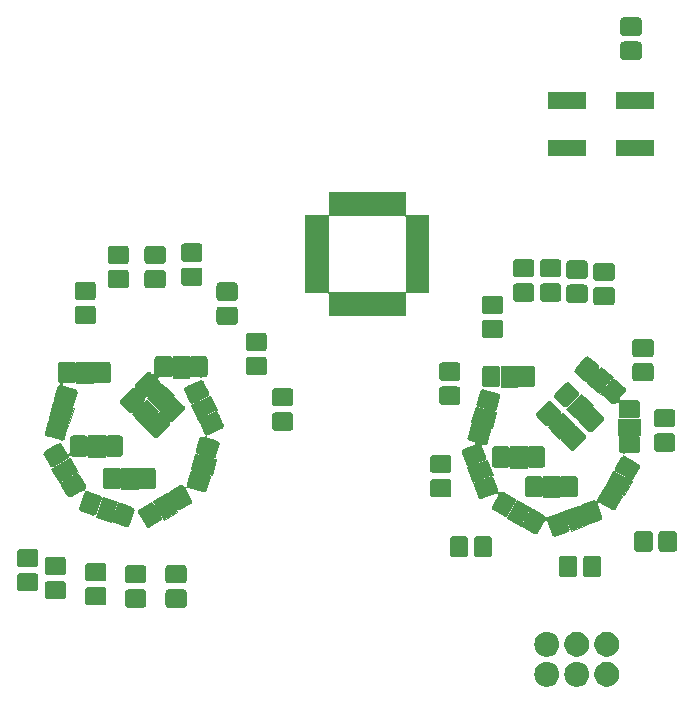
<source format=gbr>
G04 #@! TF.GenerationSoftware,KiCad,Pcbnew,(5.1.2)-1*
G04 #@! TF.CreationDate,2019-06-26T23:30:15+01:00*
G04 #@! TF.ProjectId,Real Raw Avocato cut,5265616c-2052-4617-9720-41766f636174,rev?*
G04 #@! TF.SameCoordinates,Original*
G04 #@! TF.FileFunction,Soldermask,Bot*
G04 #@! TF.FilePolarity,Negative*
%FSLAX46Y46*%
G04 Gerber Fmt 4.6, Leading zero omitted, Abs format (unit mm)*
G04 Created by KiCad (PCBNEW (5.1.2)-1) date 2019-06-26 23:30:15*
%MOMM*%
%LPD*%
G04 APERTURE LIST*
%ADD10C,0.100000*%
G04 APERTURE END LIST*
D10*
G36*
X155829000Y-101142800D02*
G01*
X154457400Y-101142800D01*
X154457400Y-99364800D01*
X155829000Y-99364800D01*
X155829000Y-101142800D01*
G37*
X155829000Y-101142800D02*
X154457400Y-101142800D01*
X154457400Y-99364800D01*
X155829000Y-99364800D01*
X155829000Y-101142800D01*
G36*
X153060400Y-98653600D02*
G01*
X151688800Y-98653600D01*
X151688800Y-96850200D01*
X153060400Y-96850200D01*
X153060400Y-98653600D01*
G37*
X153060400Y-98653600D02*
X151688800Y-98653600D01*
X151688800Y-96850200D01*
X153060400Y-96850200D01*
X153060400Y-98653600D01*
G36*
X157099000Y-94945200D02*
G01*
X155829000Y-96215200D01*
X154863800Y-95250000D01*
X156133800Y-94005400D01*
X157099000Y-94945200D01*
G37*
X157099000Y-94945200D02*
X155829000Y-96215200D01*
X154863800Y-95250000D01*
X156133800Y-94005400D01*
X157099000Y-94945200D01*
G36*
X158648400Y-93370400D02*
G01*
X157378400Y-94615000D01*
X156387800Y-93675200D01*
X157657800Y-92405200D01*
X158648400Y-93370400D01*
G37*
X158648400Y-93370400D02*
X157378400Y-94615000D01*
X156387800Y-93675200D01*
X157657800Y-92405200D01*
X158648400Y-93370400D01*
G36*
X160401000Y-91008200D02*
G01*
X159232600Y-92405200D01*
X158191200Y-91516200D01*
X159359600Y-90144600D01*
X160401000Y-91008200D01*
G37*
X160401000Y-91008200D02*
X159232600Y-92405200D01*
X158191200Y-91516200D01*
X159359600Y-90144600D01*
X160401000Y-91008200D01*
G36*
X162636200Y-95885000D02*
G01*
X160832800Y-95885000D01*
X160832800Y-94513400D01*
X162636200Y-94513400D01*
X162636200Y-95885000D01*
G37*
X162636200Y-95885000D02*
X160832800Y-95885000D01*
X160832800Y-94513400D01*
X162636200Y-94513400D01*
X162636200Y-95885000D01*
G36*
X161975800Y-99822000D02*
G01*
X161315400Y-101015800D01*
X159740600Y-100101400D01*
X160401000Y-98907600D01*
X161975800Y-99822000D01*
G37*
X161975800Y-99822000D02*
X161315400Y-101015800D01*
X159740600Y-100101400D01*
X160401000Y-98907600D01*
X161975800Y-99822000D01*
G36*
X158064200Y-103555800D02*
G01*
X156794200Y-104013000D01*
X156159200Y-102336600D01*
X157454600Y-101879400D01*
X158064200Y-103555800D01*
G37*
X158064200Y-103555800D02*
X156794200Y-104013000D01*
X156159200Y-102336600D01*
X157454600Y-101879400D01*
X158064200Y-103555800D01*
G36*
X153441400Y-102057200D02*
G01*
X152552400Y-103606600D01*
X151384000Y-102920800D01*
X152247600Y-101371400D01*
X153441400Y-102057200D01*
G37*
X153441400Y-102057200D02*
X152552400Y-103606600D01*
X151384000Y-102920800D01*
X152247600Y-101371400D01*
X153441400Y-102057200D01*
G36*
X150190200Y-99288600D02*
G01*
X148488400Y-99923600D01*
X148031200Y-98628200D01*
X149733000Y-97993200D01*
X150190200Y-99288600D01*
G37*
X150190200Y-99288600D02*
X148488400Y-99923600D01*
X148031200Y-98628200D01*
X149733000Y-97993200D01*
X150190200Y-99288600D01*
G36*
X150495000Y-93954600D02*
G01*
X150114000Y-95275400D01*
X148386800Y-94818200D01*
X148742400Y-93497400D01*
X150495000Y-93954600D01*
G37*
X150495000Y-93954600D02*
X150114000Y-95275400D01*
X148386800Y-94818200D01*
X148742400Y-93497400D01*
X150495000Y-93954600D01*
G36*
X152222200Y-91821000D02*
G01*
X150850600Y-91821000D01*
X150850600Y-90043000D01*
X152222200Y-90043000D01*
X152222200Y-91821000D01*
G37*
X152222200Y-91821000D02*
X150850600Y-91821000D01*
X150850600Y-90043000D01*
X152222200Y-90043000D01*
X152222200Y-91821000D01*
G36*
X120116600Y-100482400D02*
G01*
X118745000Y-100482400D01*
X118745000Y-98653600D01*
X120116600Y-98653600D01*
X120116600Y-100482400D01*
G37*
X120116600Y-100482400D02*
X118745000Y-100482400D01*
X118745000Y-98653600D01*
X120116600Y-98653600D01*
X120116600Y-100482400D01*
G36*
X117322600Y-97739200D02*
G01*
X115951000Y-97739200D01*
X115951000Y-95885000D01*
X117322600Y-95885000D01*
X117322600Y-97739200D01*
G37*
X117322600Y-97739200D02*
X115951000Y-97739200D01*
X115951000Y-95885000D01*
X117322600Y-95885000D01*
X117322600Y-97739200D01*
G36*
X121843800Y-93878400D02*
G01*
X120599200Y-95123000D01*
X119634000Y-94157800D01*
X120878600Y-92913200D01*
X121843800Y-93878400D01*
G37*
X121843800Y-93878400D02*
X120599200Y-95123000D01*
X119634000Y-94157800D01*
X120878600Y-92913200D01*
X121843800Y-93878400D01*
G36*
X123164600Y-92506800D02*
G01*
X121920000Y-93751400D01*
X120954800Y-92786200D01*
X122199400Y-91541600D01*
X123164600Y-92506800D01*
G37*
X123164600Y-92506800D02*
X121920000Y-93751400D01*
X120954800Y-92786200D01*
X122199400Y-91541600D01*
X123164600Y-92506800D01*
G36*
X116306600Y-91490800D02*
G01*
X114935000Y-91490800D01*
X114935000Y-89712800D01*
X116306600Y-89712800D01*
X116306600Y-91490800D01*
G37*
X116306600Y-91490800D02*
X114935000Y-91490800D01*
X114935000Y-89712800D01*
X116306600Y-89712800D01*
X116306600Y-91490800D01*
G36*
X114706400Y-93599000D02*
G01*
X114350800Y-94919800D01*
X112598200Y-94462600D01*
X112953800Y-93141800D01*
X114706400Y-93599000D01*
G37*
X114706400Y-93599000D02*
X114350800Y-94919800D01*
X112598200Y-94462600D01*
X112953800Y-93141800D01*
X114706400Y-93599000D01*
G36*
X115087400Y-99034600D02*
G01*
X113512600Y-99923600D01*
X112826800Y-98755200D01*
X114401600Y-97840800D01*
X115087400Y-99034600D01*
G37*
X115087400Y-99034600D02*
X113512600Y-99923600D01*
X112826800Y-98755200D01*
X114401600Y-97840800D01*
X115087400Y-99034600D01*
G36*
X118465600Y-101574600D02*
G01*
X117856000Y-103276400D01*
X116586000Y-102819200D01*
X117195600Y-101117400D01*
X118465600Y-101574600D01*
G37*
X118465600Y-101574600D02*
X117856000Y-103276400D01*
X116586000Y-102819200D01*
X117195600Y-101117400D01*
X118465600Y-101574600D01*
G36*
X123494800Y-102387400D02*
G01*
X122326400Y-103073200D01*
X121386600Y-101498400D01*
X122580400Y-100812600D01*
X123494800Y-102387400D01*
G37*
X123494800Y-102387400D02*
X122326400Y-103073200D01*
X121386600Y-101498400D01*
X122580400Y-100812600D01*
X123494800Y-102387400D01*
G36*
X126720600Y-97942400D02*
G01*
X126390400Y-99263200D01*
X124637800Y-98806000D01*
X124993400Y-97485200D01*
X126720600Y-97942400D01*
G37*
X126720600Y-97942400D02*
X126390400Y-99263200D01*
X124637800Y-98806000D01*
X124993400Y-97485200D01*
X126720600Y-97942400D01*
G36*
X126873000Y-93802200D02*
G01*
X125196600Y-94589600D01*
X124637800Y-93345000D01*
X126263400Y-92583000D01*
X126873000Y-93802200D01*
G37*
X126873000Y-93802200D02*
X125196600Y-94589600D01*
X124637800Y-93345000D01*
X126263400Y-92583000D01*
X126873000Y-93802200D01*
G36*
X124485400Y-91033600D02*
G01*
X123113800Y-91033600D01*
X123113800Y-89204800D01*
X124485400Y-89204800D01*
X124485400Y-91033600D01*
G37*
X124485400Y-91033600D02*
X123113800Y-91033600D01*
X123113800Y-89204800D01*
X124485400Y-89204800D01*
X124485400Y-91033600D01*
G36*
X154890907Y-115111796D02*
G01*
X154968036Y-115119393D01*
X155165962Y-115179433D01*
X155165965Y-115179434D01*
X155348370Y-115276932D01*
X155508255Y-115408145D01*
X155639468Y-115568030D01*
X155736966Y-115750435D01*
X155736967Y-115750438D01*
X155797007Y-115948364D01*
X155817280Y-116154200D01*
X155797007Y-116360036D01*
X155736967Y-116557962D01*
X155736966Y-116557965D01*
X155639468Y-116740370D01*
X155508255Y-116900255D01*
X155348370Y-117031468D01*
X155165965Y-117128966D01*
X155165962Y-117128967D01*
X154968036Y-117189007D01*
X154890907Y-117196604D01*
X154813780Y-117204200D01*
X154710620Y-117204200D01*
X154633493Y-117196604D01*
X154556364Y-117189007D01*
X154358438Y-117128967D01*
X154358435Y-117128966D01*
X154176030Y-117031468D01*
X154016145Y-116900255D01*
X153884932Y-116740370D01*
X153787434Y-116557965D01*
X153787433Y-116557962D01*
X153727393Y-116360036D01*
X153707120Y-116154200D01*
X153727393Y-115948364D01*
X153787433Y-115750438D01*
X153787434Y-115750435D01*
X153884932Y-115568030D01*
X154016145Y-115408145D01*
X154176030Y-115276932D01*
X154358435Y-115179434D01*
X154358438Y-115179433D01*
X154556364Y-115119393D01*
X154633493Y-115111796D01*
X154710620Y-115104200D01*
X154813780Y-115104200D01*
X154890907Y-115111796D01*
X154890907Y-115111796D01*
G37*
G36*
X157430907Y-115111796D02*
G01*
X157508036Y-115119393D01*
X157705962Y-115179433D01*
X157705965Y-115179434D01*
X157888370Y-115276932D01*
X158048255Y-115408145D01*
X158179468Y-115568030D01*
X158276966Y-115750435D01*
X158276967Y-115750438D01*
X158337007Y-115948364D01*
X158357280Y-116154200D01*
X158337007Y-116360036D01*
X158276967Y-116557962D01*
X158276966Y-116557965D01*
X158179468Y-116740370D01*
X158048255Y-116900255D01*
X157888370Y-117031468D01*
X157705965Y-117128966D01*
X157705962Y-117128967D01*
X157508036Y-117189007D01*
X157430907Y-117196604D01*
X157353780Y-117204200D01*
X157250620Y-117204200D01*
X157173493Y-117196604D01*
X157096364Y-117189007D01*
X156898438Y-117128967D01*
X156898435Y-117128966D01*
X156716030Y-117031468D01*
X156556145Y-116900255D01*
X156424932Y-116740370D01*
X156327434Y-116557965D01*
X156327433Y-116557962D01*
X156267393Y-116360036D01*
X156247120Y-116154200D01*
X156267393Y-115948364D01*
X156327433Y-115750438D01*
X156327434Y-115750435D01*
X156424932Y-115568030D01*
X156556145Y-115408145D01*
X156716030Y-115276932D01*
X156898435Y-115179434D01*
X156898438Y-115179433D01*
X157096364Y-115119393D01*
X157173493Y-115111796D01*
X157250620Y-115104200D01*
X157353780Y-115104200D01*
X157430907Y-115111796D01*
X157430907Y-115111796D01*
G37*
G36*
X159970887Y-115109227D02*
G01*
X160148474Y-115144550D01*
X160339562Y-115223702D01*
X160511536Y-115338611D01*
X160657789Y-115484864D01*
X160772698Y-115656838D01*
X160851850Y-115847926D01*
X160892200Y-116050784D01*
X160892200Y-116257616D01*
X160851850Y-116460474D01*
X160772698Y-116651562D01*
X160657789Y-116823536D01*
X160511536Y-116969789D01*
X160339562Y-117084698D01*
X160148474Y-117163850D01*
X159970887Y-117199173D01*
X159945617Y-117204200D01*
X159738783Y-117204200D01*
X159713513Y-117199173D01*
X159535926Y-117163850D01*
X159344838Y-117084698D01*
X159172864Y-116969789D01*
X159026611Y-116823536D01*
X158911702Y-116651562D01*
X158832550Y-116460474D01*
X158792200Y-116257616D01*
X158792200Y-116050784D01*
X158832550Y-115847926D01*
X158911702Y-115656838D01*
X159026611Y-115484864D01*
X159172864Y-115338611D01*
X159344838Y-115223702D01*
X159535926Y-115144550D01*
X159713513Y-115109227D01*
X159738783Y-115104200D01*
X159945617Y-115104200D01*
X159970887Y-115109227D01*
X159970887Y-115109227D01*
G37*
G36*
X154890907Y-112571796D02*
G01*
X154968036Y-112579393D01*
X155165962Y-112639433D01*
X155165965Y-112639434D01*
X155348370Y-112736932D01*
X155508255Y-112868145D01*
X155639468Y-113028030D01*
X155736966Y-113210435D01*
X155736967Y-113210438D01*
X155797007Y-113408364D01*
X155817280Y-113614200D01*
X155797007Y-113820036D01*
X155736967Y-114017962D01*
X155736966Y-114017965D01*
X155639468Y-114200370D01*
X155508255Y-114360255D01*
X155348370Y-114491468D01*
X155165965Y-114588966D01*
X155165962Y-114588967D01*
X154968036Y-114649007D01*
X154890907Y-114656604D01*
X154813780Y-114664200D01*
X154710620Y-114664200D01*
X154633493Y-114656604D01*
X154556364Y-114649007D01*
X154358438Y-114588967D01*
X154358435Y-114588966D01*
X154176030Y-114491468D01*
X154016145Y-114360255D01*
X153884932Y-114200370D01*
X153787434Y-114017965D01*
X153787433Y-114017962D01*
X153727393Y-113820036D01*
X153707120Y-113614200D01*
X153727393Y-113408364D01*
X153787433Y-113210438D01*
X153787434Y-113210435D01*
X153884932Y-113028030D01*
X154016145Y-112868145D01*
X154176030Y-112736932D01*
X154358435Y-112639434D01*
X154358438Y-112639433D01*
X154556364Y-112579393D01*
X154633493Y-112571796D01*
X154710620Y-112564200D01*
X154813780Y-112564200D01*
X154890907Y-112571796D01*
X154890907Y-112571796D01*
G37*
G36*
X159970887Y-112569227D02*
G01*
X160148474Y-112604550D01*
X160339562Y-112683702D01*
X160511536Y-112798611D01*
X160657789Y-112944864D01*
X160772698Y-113116838D01*
X160851850Y-113307926D01*
X160892200Y-113510784D01*
X160892200Y-113717616D01*
X160851850Y-113920474D01*
X160772698Y-114111562D01*
X160657789Y-114283536D01*
X160511536Y-114429789D01*
X160339562Y-114544698D01*
X160148474Y-114623850D01*
X159970887Y-114659173D01*
X159945617Y-114664200D01*
X159738783Y-114664200D01*
X159713513Y-114659173D01*
X159535926Y-114623850D01*
X159344838Y-114544698D01*
X159172864Y-114429789D01*
X159026611Y-114283536D01*
X158911702Y-114111562D01*
X158832550Y-113920474D01*
X158792200Y-113717616D01*
X158792200Y-113510784D01*
X158832550Y-113307926D01*
X158911702Y-113116838D01*
X159026611Y-112944864D01*
X159172864Y-112798611D01*
X159344838Y-112683702D01*
X159535926Y-112604550D01*
X159713513Y-112569227D01*
X159738783Y-112564200D01*
X159945617Y-112564200D01*
X159970887Y-112569227D01*
X159970887Y-112569227D01*
G37*
G36*
X157430887Y-112569227D02*
G01*
X157608474Y-112604550D01*
X157799562Y-112683702D01*
X157971536Y-112798611D01*
X158117789Y-112944864D01*
X158232698Y-113116838D01*
X158311850Y-113307926D01*
X158352200Y-113510784D01*
X158352200Y-113717616D01*
X158311850Y-113920474D01*
X158232698Y-114111562D01*
X158117789Y-114283536D01*
X157971536Y-114429789D01*
X157799562Y-114544698D01*
X157608474Y-114623850D01*
X157430887Y-114659173D01*
X157405617Y-114664200D01*
X157198783Y-114664200D01*
X157173513Y-114659173D01*
X156995926Y-114623850D01*
X156804838Y-114544698D01*
X156632864Y-114429789D01*
X156486611Y-114283536D01*
X156371702Y-114111562D01*
X156292550Y-113920474D01*
X156252200Y-113717616D01*
X156252200Y-113510784D01*
X156292550Y-113307926D01*
X156371702Y-113116838D01*
X156486611Y-112944864D01*
X156632864Y-112798611D01*
X156804838Y-112683702D01*
X156995926Y-112604550D01*
X157173513Y-112569227D01*
X157198783Y-112564200D01*
X157405617Y-112564200D01*
X157430887Y-112569227D01*
X157430887Y-112569227D01*
G37*
G36*
X124066029Y-108967710D02*
G01*
X124115878Y-108982831D01*
X124161810Y-109007382D01*
X124202074Y-109040426D01*
X124235118Y-109080690D01*
X124259669Y-109126622D01*
X124274790Y-109176471D01*
X124280500Y-109234444D01*
X124280500Y-110239556D01*
X124274790Y-110297529D01*
X124259669Y-110347378D01*
X124235118Y-110393310D01*
X124202074Y-110433574D01*
X124161810Y-110466618D01*
X124115878Y-110491169D01*
X124066029Y-110506290D01*
X124008056Y-110512000D01*
X122752944Y-110512000D01*
X122694971Y-110506290D01*
X122645122Y-110491169D01*
X122599190Y-110466618D01*
X122558926Y-110433574D01*
X122525882Y-110393310D01*
X122501331Y-110347378D01*
X122486210Y-110297529D01*
X122480500Y-110239556D01*
X122480500Y-109234444D01*
X122486210Y-109176471D01*
X122501331Y-109126622D01*
X122525882Y-109080690D01*
X122558926Y-109040426D01*
X122599190Y-109007382D01*
X122645122Y-108982831D01*
X122694971Y-108967710D01*
X122752944Y-108962000D01*
X124008056Y-108962000D01*
X124066029Y-108967710D01*
X124066029Y-108967710D01*
G37*
G36*
X120637029Y-108967710D02*
G01*
X120686878Y-108982831D01*
X120732810Y-109007382D01*
X120773074Y-109040426D01*
X120806118Y-109080690D01*
X120830669Y-109126622D01*
X120845790Y-109176471D01*
X120851500Y-109234444D01*
X120851500Y-110239556D01*
X120845790Y-110297529D01*
X120830669Y-110347378D01*
X120806118Y-110393310D01*
X120773074Y-110433574D01*
X120732810Y-110466618D01*
X120686878Y-110491169D01*
X120637029Y-110506290D01*
X120579056Y-110512000D01*
X119323944Y-110512000D01*
X119265971Y-110506290D01*
X119216122Y-110491169D01*
X119170190Y-110466618D01*
X119129926Y-110433574D01*
X119096882Y-110393310D01*
X119072331Y-110347378D01*
X119057210Y-110297529D01*
X119051500Y-110239556D01*
X119051500Y-109234444D01*
X119057210Y-109176471D01*
X119072331Y-109126622D01*
X119096882Y-109080690D01*
X119129926Y-109040426D01*
X119170190Y-109007382D01*
X119216122Y-108982831D01*
X119265971Y-108967710D01*
X119323944Y-108962000D01*
X120579056Y-108962000D01*
X120637029Y-108967710D01*
X120637029Y-108967710D01*
G37*
G36*
X117271529Y-108777210D02*
G01*
X117321378Y-108792331D01*
X117367310Y-108816882D01*
X117407574Y-108849926D01*
X117440618Y-108890190D01*
X117465169Y-108936122D01*
X117480290Y-108985971D01*
X117486000Y-109043944D01*
X117486000Y-110049056D01*
X117480290Y-110107029D01*
X117465169Y-110156878D01*
X117440618Y-110202810D01*
X117407574Y-110243074D01*
X117367310Y-110276118D01*
X117321378Y-110300669D01*
X117271529Y-110315790D01*
X117213556Y-110321500D01*
X115958444Y-110321500D01*
X115900471Y-110315790D01*
X115850622Y-110300669D01*
X115804690Y-110276118D01*
X115764426Y-110243074D01*
X115731382Y-110202810D01*
X115706831Y-110156878D01*
X115691710Y-110107029D01*
X115686000Y-110049056D01*
X115686000Y-109043944D01*
X115691710Y-108985971D01*
X115706831Y-108936122D01*
X115731382Y-108890190D01*
X115764426Y-108849926D01*
X115804690Y-108816882D01*
X115850622Y-108792331D01*
X115900471Y-108777210D01*
X115958444Y-108771500D01*
X117213556Y-108771500D01*
X117271529Y-108777210D01*
X117271529Y-108777210D01*
G37*
G36*
X113842529Y-108269210D02*
G01*
X113892378Y-108284331D01*
X113938310Y-108308882D01*
X113978574Y-108341926D01*
X114011618Y-108382190D01*
X114036169Y-108428122D01*
X114051290Y-108477971D01*
X114057000Y-108535944D01*
X114057000Y-109541056D01*
X114051290Y-109599029D01*
X114036169Y-109648878D01*
X114011618Y-109694810D01*
X113978574Y-109735074D01*
X113938310Y-109768118D01*
X113892378Y-109792669D01*
X113842529Y-109807790D01*
X113784556Y-109813500D01*
X112529444Y-109813500D01*
X112471471Y-109807790D01*
X112421622Y-109792669D01*
X112375690Y-109768118D01*
X112335426Y-109735074D01*
X112302382Y-109694810D01*
X112277831Y-109648878D01*
X112262710Y-109599029D01*
X112257000Y-109541056D01*
X112257000Y-108535944D01*
X112262710Y-108477971D01*
X112277831Y-108428122D01*
X112302382Y-108382190D01*
X112335426Y-108341926D01*
X112375690Y-108308882D01*
X112421622Y-108284331D01*
X112471471Y-108269210D01*
X112529444Y-108263500D01*
X113784556Y-108263500D01*
X113842529Y-108269210D01*
X113842529Y-108269210D01*
G37*
G36*
X111505729Y-107596110D02*
G01*
X111555578Y-107611231D01*
X111601510Y-107635782D01*
X111641774Y-107668826D01*
X111674818Y-107709090D01*
X111699369Y-107755022D01*
X111714490Y-107804871D01*
X111720200Y-107862844D01*
X111720200Y-108867956D01*
X111714490Y-108925929D01*
X111699369Y-108975778D01*
X111674818Y-109021710D01*
X111641774Y-109061974D01*
X111601510Y-109095018D01*
X111555578Y-109119569D01*
X111505729Y-109134690D01*
X111447756Y-109140400D01*
X110192644Y-109140400D01*
X110134671Y-109134690D01*
X110084822Y-109119569D01*
X110038890Y-109095018D01*
X109998626Y-109061974D01*
X109965582Y-109021710D01*
X109941031Y-108975778D01*
X109925910Y-108925929D01*
X109920200Y-108867956D01*
X109920200Y-107862844D01*
X109925910Y-107804871D01*
X109941031Y-107755022D01*
X109965582Y-107709090D01*
X109998626Y-107668826D01*
X110038890Y-107635782D01*
X110084822Y-107611231D01*
X110134671Y-107596110D01*
X110192644Y-107590400D01*
X111447756Y-107590400D01*
X111505729Y-107596110D01*
X111505729Y-107596110D01*
G37*
G36*
X124066029Y-106917710D02*
G01*
X124115878Y-106932831D01*
X124161810Y-106957382D01*
X124202074Y-106990426D01*
X124235118Y-107030690D01*
X124259669Y-107076622D01*
X124274790Y-107126471D01*
X124280500Y-107184444D01*
X124280500Y-108189556D01*
X124274790Y-108247529D01*
X124259669Y-108297378D01*
X124235118Y-108343310D01*
X124202074Y-108383574D01*
X124161810Y-108416618D01*
X124115878Y-108441169D01*
X124066029Y-108456290D01*
X124008056Y-108462000D01*
X122752944Y-108462000D01*
X122694971Y-108456290D01*
X122645122Y-108441169D01*
X122599190Y-108416618D01*
X122558926Y-108383574D01*
X122525882Y-108343310D01*
X122501331Y-108297378D01*
X122486210Y-108247529D01*
X122480500Y-108189556D01*
X122480500Y-107184444D01*
X122486210Y-107126471D01*
X122501331Y-107076622D01*
X122525882Y-107030690D01*
X122558926Y-106990426D01*
X122599190Y-106957382D01*
X122645122Y-106932831D01*
X122694971Y-106917710D01*
X122752944Y-106912000D01*
X124008056Y-106912000D01*
X124066029Y-106917710D01*
X124066029Y-106917710D01*
G37*
G36*
X120637029Y-106917710D02*
G01*
X120686878Y-106932831D01*
X120732810Y-106957382D01*
X120773074Y-106990426D01*
X120806118Y-107030690D01*
X120830669Y-107076622D01*
X120845790Y-107126471D01*
X120851500Y-107184444D01*
X120851500Y-108189556D01*
X120845790Y-108247529D01*
X120830669Y-108297378D01*
X120806118Y-108343310D01*
X120773074Y-108383574D01*
X120732810Y-108416618D01*
X120686878Y-108441169D01*
X120637029Y-108456290D01*
X120579056Y-108462000D01*
X119323944Y-108462000D01*
X119265971Y-108456290D01*
X119216122Y-108441169D01*
X119170190Y-108416618D01*
X119129926Y-108383574D01*
X119096882Y-108343310D01*
X119072331Y-108297378D01*
X119057210Y-108247529D01*
X119051500Y-108189556D01*
X119051500Y-107184444D01*
X119057210Y-107126471D01*
X119072331Y-107076622D01*
X119096882Y-107030690D01*
X119129926Y-106990426D01*
X119170190Y-106957382D01*
X119216122Y-106932831D01*
X119265971Y-106917710D01*
X119323944Y-106912000D01*
X120579056Y-106912000D01*
X120637029Y-106917710D01*
X120637029Y-106917710D01*
G37*
G36*
X117271529Y-106727210D02*
G01*
X117321378Y-106742331D01*
X117367310Y-106766882D01*
X117407574Y-106799926D01*
X117440618Y-106840190D01*
X117465169Y-106886122D01*
X117480290Y-106935971D01*
X117486000Y-106993944D01*
X117486000Y-107999056D01*
X117480290Y-108057029D01*
X117465169Y-108106878D01*
X117440618Y-108152810D01*
X117407574Y-108193074D01*
X117367310Y-108226118D01*
X117321378Y-108250669D01*
X117271529Y-108265790D01*
X117213556Y-108271500D01*
X115958444Y-108271500D01*
X115900471Y-108265790D01*
X115850622Y-108250669D01*
X115804690Y-108226118D01*
X115764426Y-108193074D01*
X115731382Y-108152810D01*
X115706831Y-108106878D01*
X115691710Y-108057029D01*
X115686000Y-107999056D01*
X115686000Y-106993944D01*
X115691710Y-106935971D01*
X115706831Y-106886122D01*
X115731382Y-106840190D01*
X115764426Y-106799926D01*
X115804690Y-106766882D01*
X115850622Y-106742331D01*
X115900471Y-106727210D01*
X115958444Y-106721500D01*
X117213556Y-106721500D01*
X117271529Y-106727210D01*
X117271529Y-106727210D01*
G37*
G36*
X157117129Y-106141310D02*
G01*
X157166978Y-106156431D01*
X157212910Y-106180982D01*
X157253174Y-106214026D01*
X157286218Y-106254290D01*
X157310769Y-106300222D01*
X157325890Y-106350071D01*
X157331600Y-106408044D01*
X157331600Y-107663156D01*
X157325890Y-107721129D01*
X157310769Y-107770978D01*
X157286218Y-107816910D01*
X157253174Y-107857174D01*
X157212910Y-107890218D01*
X157166978Y-107914769D01*
X157117129Y-107929890D01*
X157059156Y-107935600D01*
X156054044Y-107935600D01*
X155996071Y-107929890D01*
X155946222Y-107914769D01*
X155900290Y-107890218D01*
X155860026Y-107857174D01*
X155826982Y-107816910D01*
X155802431Y-107770978D01*
X155787310Y-107721129D01*
X155781600Y-107663156D01*
X155781600Y-106408044D01*
X155787310Y-106350071D01*
X155802431Y-106300222D01*
X155826982Y-106254290D01*
X155860026Y-106214026D01*
X155900290Y-106180982D01*
X155946222Y-106156431D01*
X155996071Y-106141310D01*
X156054044Y-106135600D01*
X157059156Y-106135600D01*
X157117129Y-106141310D01*
X157117129Y-106141310D01*
G37*
G36*
X159167129Y-106141310D02*
G01*
X159216978Y-106156431D01*
X159262910Y-106180982D01*
X159303174Y-106214026D01*
X159336218Y-106254290D01*
X159360769Y-106300222D01*
X159375890Y-106350071D01*
X159381600Y-106408044D01*
X159381600Y-107663156D01*
X159375890Y-107721129D01*
X159360769Y-107770978D01*
X159336218Y-107816910D01*
X159303174Y-107857174D01*
X159262910Y-107890218D01*
X159216978Y-107914769D01*
X159167129Y-107929890D01*
X159109156Y-107935600D01*
X158104044Y-107935600D01*
X158046071Y-107929890D01*
X157996222Y-107914769D01*
X157950290Y-107890218D01*
X157910026Y-107857174D01*
X157876982Y-107816910D01*
X157852431Y-107770978D01*
X157837310Y-107721129D01*
X157831600Y-107663156D01*
X157831600Y-106408044D01*
X157837310Y-106350071D01*
X157852431Y-106300222D01*
X157876982Y-106254290D01*
X157910026Y-106214026D01*
X157950290Y-106180982D01*
X157996222Y-106156431D01*
X158046071Y-106141310D01*
X158104044Y-106135600D01*
X159109156Y-106135600D01*
X159167129Y-106141310D01*
X159167129Y-106141310D01*
G37*
G36*
X113842529Y-106219210D02*
G01*
X113892378Y-106234331D01*
X113938310Y-106258882D01*
X113978574Y-106291926D01*
X114011618Y-106332190D01*
X114036169Y-106378122D01*
X114051290Y-106427971D01*
X114057000Y-106485944D01*
X114057000Y-107491056D01*
X114051290Y-107549029D01*
X114036169Y-107598878D01*
X114011618Y-107644810D01*
X113978574Y-107685074D01*
X113938310Y-107718118D01*
X113892378Y-107742669D01*
X113842529Y-107757790D01*
X113784556Y-107763500D01*
X112529444Y-107763500D01*
X112471471Y-107757790D01*
X112421622Y-107742669D01*
X112375690Y-107718118D01*
X112335426Y-107685074D01*
X112302382Y-107644810D01*
X112277831Y-107598878D01*
X112262710Y-107549029D01*
X112257000Y-107491056D01*
X112257000Y-106485944D01*
X112262710Y-106427971D01*
X112277831Y-106378122D01*
X112302382Y-106332190D01*
X112335426Y-106291926D01*
X112375690Y-106258882D01*
X112421622Y-106234331D01*
X112471471Y-106219210D01*
X112529444Y-106213500D01*
X113784556Y-106213500D01*
X113842529Y-106219210D01*
X113842529Y-106219210D01*
G37*
G36*
X111505729Y-105546110D02*
G01*
X111555578Y-105561231D01*
X111601510Y-105585782D01*
X111641774Y-105618826D01*
X111674818Y-105659090D01*
X111699369Y-105705022D01*
X111714490Y-105754871D01*
X111720200Y-105812844D01*
X111720200Y-106817956D01*
X111714490Y-106875929D01*
X111699369Y-106925778D01*
X111674818Y-106971710D01*
X111641774Y-107011974D01*
X111601510Y-107045018D01*
X111555578Y-107069569D01*
X111505729Y-107084690D01*
X111447756Y-107090400D01*
X110192644Y-107090400D01*
X110134671Y-107084690D01*
X110084822Y-107069569D01*
X110038890Y-107045018D01*
X109998626Y-107011974D01*
X109965582Y-106971710D01*
X109941031Y-106925778D01*
X109925910Y-106875929D01*
X109920200Y-106817956D01*
X109920200Y-105812844D01*
X109925910Y-105754871D01*
X109941031Y-105705022D01*
X109965582Y-105659090D01*
X109998626Y-105618826D01*
X110038890Y-105585782D01*
X110084822Y-105561231D01*
X110134671Y-105546110D01*
X110192644Y-105540400D01*
X111447756Y-105540400D01*
X111505729Y-105546110D01*
X111505729Y-105546110D01*
G37*
G36*
X147871529Y-104464910D02*
G01*
X147921378Y-104480031D01*
X147967310Y-104504582D01*
X148007574Y-104537626D01*
X148040618Y-104577890D01*
X148065169Y-104623822D01*
X148080290Y-104673671D01*
X148086000Y-104731644D01*
X148086000Y-105986756D01*
X148080290Y-106044729D01*
X148065169Y-106094578D01*
X148040618Y-106140510D01*
X148007574Y-106180774D01*
X147967310Y-106213818D01*
X147921378Y-106238369D01*
X147871529Y-106253490D01*
X147813556Y-106259200D01*
X146808444Y-106259200D01*
X146750471Y-106253490D01*
X146700622Y-106238369D01*
X146654690Y-106213818D01*
X146614426Y-106180774D01*
X146581382Y-106140510D01*
X146556831Y-106094578D01*
X146541710Y-106044729D01*
X146536000Y-105986756D01*
X146536000Y-104731644D01*
X146541710Y-104673671D01*
X146556831Y-104623822D01*
X146581382Y-104577890D01*
X146614426Y-104537626D01*
X146654690Y-104504582D01*
X146700622Y-104480031D01*
X146750471Y-104464910D01*
X146808444Y-104459200D01*
X147813556Y-104459200D01*
X147871529Y-104464910D01*
X147871529Y-104464910D01*
G37*
G36*
X149921529Y-104464910D02*
G01*
X149971378Y-104480031D01*
X150017310Y-104504582D01*
X150057574Y-104537626D01*
X150090618Y-104577890D01*
X150115169Y-104623822D01*
X150130290Y-104673671D01*
X150136000Y-104731644D01*
X150136000Y-105986756D01*
X150130290Y-106044729D01*
X150115169Y-106094578D01*
X150090618Y-106140510D01*
X150057574Y-106180774D01*
X150017310Y-106213818D01*
X149971378Y-106238369D01*
X149921529Y-106253490D01*
X149863556Y-106259200D01*
X148858444Y-106259200D01*
X148800471Y-106253490D01*
X148750622Y-106238369D01*
X148704690Y-106213818D01*
X148664426Y-106180774D01*
X148631382Y-106140510D01*
X148606831Y-106094578D01*
X148591710Y-106044729D01*
X148586000Y-105986756D01*
X148586000Y-104731644D01*
X148591710Y-104673671D01*
X148606831Y-104623822D01*
X148631382Y-104577890D01*
X148664426Y-104537626D01*
X148704690Y-104504582D01*
X148750622Y-104480031D01*
X148800471Y-104464910D01*
X148858444Y-104459200D01*
X149863556Y-104459200D01*
X149921529Y-104464910D01*
X149921529Y-104464910D01*
G37*
G36*
X165558929Y-104007710D02*
G01*
X165608778Y-104022831D01*
X165654710Y-104047382D01*
X165694974Y-104080426D01*
X165728018Y-104120690D01*
X165752569Y-104166622D01*
X165767690Y-104216471D01*
X165773400Y-104274444D01*
X165773400Y-105529556D01*
X165767690Y-105587529D01*
X165752569Y-105637378D01*
X165728018Y-105683310D01*
X165694974Y-105723574D01*
X165654710Y-105756618D01*
X165608778Y-105781169D01*
X165558929Y-105796290D01*
X165500956Y-105802000D01*
X164495844Y-105802000D01*
X164437871Y-105796290D01*
X164388022Y-105781169D01*
X164342090Y-105756618D01*
X164301826Y-105723574D01*
X164268782Y-105683310D01*
X164244231Y-105637378D01*
X164229110Y-105587529D01*
X164223400Y-105529556D01*
X164223400Y-104274444D01*
X164229110Y-104216471D01*
X164244231Y-104166622D01*
X164268782Y-104120690D01*
X164301826Y-104080426D01*
X164342090Y-104047382D01*
X164388022Y-104022831D01*
X164437871Y-104007710D01*
X164495844Y-104002000D01*
X165500956Y-104002000D01*
X165558929Y-104007710D01*
X165558929Y-104007710D01*
G37*
G36*
X163508929Y-104007710D02*
G01*
X163558778Y-104022831D01*
X163604710Y-104047382D01*
X163644974Y-104080426D01*
X163678018Y-104120690D01*
X163702569Y-104166622D01*
X163717690Y-104216471D01*
X163723400Y-104274444D01*
X163723400Y-105529556D01*
X163717690Y-105587529D01*
X163702569Y-105637378D01*
X163678018Y-105683310D01*
X163644974Y-105723574D01*
X163604710Y-105756618D01*
X163558778Y-105781169D01*
X163508929Y-105796290D01*
X163450956Y-105802000D01*
X162445844Y-105802000D01*
X162387871Y-105796290D01*
X162338022Y-105781169D01*
X162292090Y-105756618D01*
X162251826Y-105723574D01*
X162218782Y-105683310D01*
X162194231Y-105637378D01*
X162179110Y-105587529D01*
X162173400Y-105529556D01*
X162173400Y-104274444D01*
X162179110Y-104216471D01*
X162194231Y-104166622D01*
X162218782Y-104120690D01*
X162251826Y-104080426D01*
X162292090Y-104047382D01*
X162338022Y-104022831D01*
X162387871Y-104007710D01*
X162445844Y-104002000D01*
X163450956Y-104002000D01*
X163508929Y-104007710D01*
X163508929Y-104007710D01*
G37*
G36*
X153595520Y-102160065D02*
G01*
X153646117Y-102171862D01*
X153699048Y-102195845D01*
X154570717Y-102699103D01*
X154617966Y-102732962D01*
X154653471Y-102770870D01*
X154677113Y-102808890D01*
X154692030Y-102828330D01*
X154710454Y-102844487D01*
X154731675Y-102856739D01*
X154754878Y-102864616D01*
X154779173Y-102867814D01*
X154803624Y-102866211D01*
X154827294Y-102859869D01*
X154858271Y-102842874D01*
X154901406Y-102810517D01*
X154953810Y-102785381D01*
X155014516Y-102763286D01*
X155014524Y-102763282D01*
X155838917Y-102463228D01*
X155838923Y-102463227D01*
X155899627Y-102441132D01*
X155955931Y-102426702D01*
X156007799Y-102423870D01*
X156059225Y-102431212D01*
X156108230Y-102448445D01*
X156152936Y-102474911D01*
X156191614Y-102509583D01*
X156222788Y-102551141D01*
X156247922Y-102603542D01*
X156270017Y-102664248D01*
X156270021Y-102664256D01*
X156655580Y-103723572D01*
X156655581Y-103723578D01*
X156677676Y-103784282D01*
X156692106Y-103840586D01*
X156694938Y-103892454D01*
X156687596Y-103943880D01*
X156670363Y-103992885D01*
X156643897Y-104037591D01*
X156609225Y-104076269D01*
X156567667Y-104107443D01*
X156515266Y-104132577D01*
X156454560Y-104154672D01*
X156454552Y-104154676D01*
X155630159Y-104454730D01*
X155630153Y-104454731D01*
X155569449Y-104476826D01*
X155513145Y-104491256D01*
X155461277Y-104494088D01*
X155409851Y-104486746D01*
X155360846Y-104469513D01*
X155316140Y-104443047D01*
X155277462Y-104408375D01*
X155246288Y-104366817D01*
X155221154Y-104314416D01*
X155199059Y-104253710D01*
X155199055Y-104253702D01*
X154822066Y-103217932D01*
X154811470Y-103195842D01*
X154796766Y-103176240D01*
X154778520Y-103159883D01*
X154757434Y-103147400D01*
X154734318Y-103139271D01*
X154710059Y-103135808D01*
X154685592Y-103137144D01*
X154661855Y-103143227D01*
X154639761Y-103153825D01*
X154620159Y-103168529D01*
X154603802Y-103186775D01*
X154596361Y-103198180D01*
X154364369Y-103600001D01*
X154041929Y-104158485D01*
X154008072Y-104205732D01*
X153970161Y-104241240D01*
X153926042Y-104268675D01*
X153877425Y-104286974D01*
X153826173Y-104295435D01*
X153774252Y-104293735D01*
X153723655Y-104281938D01*
X153670724Y-104257955D01*
X152799055Y-103754697D01*
X152751806Y-103720838D01*
X152716301Y-103682930D01*
X152688864Y-103638807D01*
X152670566Y-103590192D01*
X152662105Y-103538940D01*
X152663805Y-103487019D01*
X152675602Y-103436425D01*
X152699589Y-103383485D01*
X152731889Y-103327541D01*
X152731891Y-103327535D01*
X153045557Y-102784249D01*
X153327843Y-102295315D01*
X153361700Y-102248068D01*
X153399611Y-102212560D01*
X153443730Y-102185125D01*
X153492347Y-102166826D01*
X153543599Y-102158365D01*
X153595520Y-102160065D01*
X153595520Y-102160065D01*
G37*
G36*
X121363349Y-101619926D02*
G01*
X121411964Y-101638224D01*
X121456087Y-101665661D01*
X121493997Y-101701168D01*
X121527854Y-101748415D01*
X121827299Y-102267070D01*
X122123806Y-102780635D01*
X122123808Y-102780641D01*
X122156108Y-102836585D01*
X122180095Y-102889525D01*
X122191892Y-102940120D01*
X122193592Y-102992041D01*
X122185131Y-103043293D01*
X122166832Y-103091910D01*
X122139397Y-103136029D01*
X122103891Y-103173938D01*
X122056642Y-103207797D01*
X121184973Y-103711055D01*
X121132042Y-103735038D01*
X121081446Y-103746835D01*
X121029525Y-103748535D01*
X120978273Y-103740074D01*
X120929658Y-103721776D01*
X120885535Y-103694339D01*
X120847625Y-103658832D01*
X120813768Y-103611585D01*
X120471284Y-103018384D01*
X120217816Y-102579365D01*
X120217814Y-102579359D01*
X120185514Y-102523415D01*
X120161527Y-102470475D01*
X120149730Y-102419880D01*
X120148030Y-102367959D01*
X120156491Y-102316707D01*
X120174790Y-102268090D01*
X120202225Y-102223971D01*
X120237731Y-102186062D01*
X120284980Y-102152203D01*
X121156649Y-101648945D01*
X121209580Y-101624962D01*
X121260176Y-101613165D01*
X121312097Y-101611465D01*
X121363349Y-101619926D01*
X121363349Y-101619926D01*
G37*
G36*
X118686638Y-101660804D02*
G01*
X118742942Y-101675234D01*
X118803646Y-101697329D01*
X118803652Y-101697330D01*
X119628045Y-101997384D01*
X119628053Y-101997388D01*
X119688759Y-102019483D01*
X119741160Y-102044617D01*
X119782718Y-102075791D01*
X119817390Y-102114469D01*
X119843856Y-102159175D01*
X119861089Y-102208180D01*
X119868431Y-102259606D01*
X119865599Y-102311474D01*
X119851169Y-102367778D01*
X119829074Y-102428482D01*
X119829073Y-102428488D01*
X119443514Y-103487804D01*
X119443510Y-103487812D01*
X119421415Y-103548518D01*
X119396281Y-103600919D01*
X119365107Y-103642477D01*
X119326429Y-103677149D01*
X119281723Y-103703615D01*
X119232718Y-103720848D01*
X119181292Y-103728190D01*
X119129424Y-103725358D01*
X119073120Y-103710928D01*
X119012416Y-103688833D01*
X119012410Y-103688832D01*
X118188017Y-103388778D01*
X118188009Y-103388774D01*
X118127303Y-103366679D01*
X118074902Y-103341545D01*
X118033344Y-103310371D01*
X117998672Y-103271693D01*
X117972206Y-103226987D01*
X117954973Y-103177982D01*
X117947631Y-103126556D01*
X117950463Y-103074688D01*
X117964893Y-103018384D01*
X117986988Y-102957680D01*
X117986989Y-102957674D01*
X118372548Y-101898358D01*
X118372552Y-101898350D01*
X118394647Y-101837644D01*
X118419781Y-101785243D01*
X118450955Y-101743685D01*
X118489633Y-101709013D01*
X118534339Y-101682547D01*
X118583344Y-101665314D01*
X118634770Y-101657972D01*
X118686638Y-101660804D01*
X118686638Y-101660804D01*
G37*
G36*
X159860981Y-100223208D02*
G01*
X159911575Y-100235005D01*
X159964515Y-100258992D01*
X160020459Y-100291292D01*
X160020465Y-100291294D01*
X160484194Y-100559028D01*
X161052685Y-100887246D01*
X161099932Y-100921103D01*
X161135440Y-100959014D01*
X161162875Y-101003133D01*
X161181174Y-101051750D01*
X161189635Y-101103002D01*
X161187935Y-101154923D01*
X161176138Y-101205520D01*
X161152155Y-101258451D01*
X160648897Y-102130120D01*
X160615038Y-102177369D01*
X160577130Y-102212874D01*
X160533007Y-102240311D01*
X160484392Y-102258609D01*
X160433140Y-102267070D01*
X160381219Y-102265370D01*
X160330625Y-102253573D01*
X160277685Y-102229586D01*
X160221741Y-102197287D01*
X160221735Y-102197284D01*
X159703055Y-101897824D01*
X159275451Y-101650947D01*
X159253132Y-101640834D01*
X159229268Y-101635269D01*
X159204777Y-101634468D01*
X159180600Y-101638459D01*
X159157666Y-101647091D01*
X159136857Y-101660031D01*
X159118973Y-101676781D01*
X159104700Y-101696700D01*
X159094587Y-101719019D01*
X159089022Y-101742883D01*
X159088221Y-101767374D01*
X159095490Y-101801945D01*
X159427673Y-102714612D01*
X159427674Y-102714618D01*
X159449769Y-102775322D01*
X159464199Y-102831626D01*
X159467031Y-102883494D01*
X159459689Y-102934920D01*
X159442456Y-102983925D01*
X159415990Y-103028631D01*
X159381318Y-103067309D01*
X159339760Y-103098483D01*
X159287359Y-103123617D01*
X159226653Y-103145712D01*
X159226645Y-103145716D01*
X158402252Y-103445770D01*
X158402246Y-103445771D01*
X158341542Y-103467866D01*
X158285238Y-103482296D01*
X158233370Y-103485128D01*
X158181944Y-103477786D01*
X158132939Y-103460553D01*
X158088233Y-103434087D01*
X158049555Y-103399415D01*
X158018381Y-103357857D01*
X157993247Y-103305456D01*
X157971152Y-103244750D01*
X157971148Y-103244742D01*
X157585589Y-102185426D01*
X157585588Y-102185420D01*
X157563493Y-102124716D01*
X157549063Y-102068412D01*
X157546231Y-102016544D01*
X157553573Y-101965118D01*
X157570806Y-101916113D01*
X157597272Y-101871407D01*
X157631944Y-101832729D01*
X157673502Y-101801555D01*
X157725903Y-101776421D01*
X157786609Y-101754326D01*
X157786617Y-101754322D01*
X158611010Y-101454268D01*
X158611016Y-101454267D01*
X158671720Y-101432172D01*
X158728024Y-101417742D01*
X158779892Y-101414910D01*
X158831319Y-101422252D01*
X158888038Y-101442198D01*
X158911840Y-101448022D01*
X158936321Y-101449091D01*
X158960540Y-101445363D01*
X158983566Y-101436982D01*
X159004515Y-101424270D01*
X159022581Y-101407715D01*
X159037070Y-101387954D01*
X159047426Y-101365746D01*
X159053250Y-101341944D01*
X159053802Y-101335643D01*
X159066062Y-101283058D01*
X159090045Y-101230127D01*
X159593303Y-100358458D01*
X159627162Y-100311209D01*
X159665070Y-100275704D01*
X159709193Y-100248267D01*
X159757808Y-100229969D01*
X159809060Y-100221508D01*
X159860981Y-100223208D01*
X159860981Y-100223208D01*
G37*
G36*
X150095680Y-99395204D02*
G01*
X150144685Y-99412437D01*
X150189391Y-99438903D01*
X150228069Y-99473575D01*
X150259243Y-99515133D01*
X150284377Y-99567534D01*
X150306472Y-99628240D01*
X150306476Y-99628248D01*
X150606530Y-100452641D01*
X150606531Y-100452647D01*
X150628626Y-100513351D01*
X150643056Y-100569655D01*
X150646013Y-100623807D01*
X150645142Y-100643743D01*
X150648870Y-100667962D01*
X150657251Y-100690989D01*
X150669963Y-100711937D01*
X150686518Y-100730003D01*
X150706279Y-100744493D01*
X150728488Y-100754848D01*
X150752290Y-100760672D01*
X150776770Y-100761741D01*
X150800989Y-100758013D01*
X150824016Y-100749632D01*
X150835963Y-100743077D01*
X150888953Y-100710125D01*
X150937572Y-100691826D01*
X150988824Y-100683365D01*
X151040745Y-100685065D01*
X151091342Y-100696862D01*
X151144273Y-100720845D01*
X152015942Y-101224103D01*
X152063191Y-101257962D01*
X152098696Y-101295870D01*
X152126133Y-101339993D01*
X152144431Y-101388608D01*
X152152892Y-101439860D01*
X152151192Y-101491781D01*
X152139395Y-101542375D01*
X152115408Y-101595315D01*
X152083108Y-101651259D01*
X152083106Y-101651265D01*
X151813870Y-102117596D01*
X151487154Y-102683485D01*
X151453297Y-102730732D01*
X151415386Y-102766240D01*
X151371267Y-102793675D01*
X151322650Y-102811974D01*
X151271398Y-102820435D01*
X151219477Y-102818735D01*
X151168880Y-102806938D01*
X151115949Y-102782955D01*
X150244280Y-102279697D01*
X150197031Y-102245838D01*
X150161526Y-102207930D01*
X150134089Y-102163807D01*
X150115791Y-102115192D01*
X150107330Y-102063940D01*
X150109030Y-102012019D01*
X150120827Y-101961425D01*
X150144814Y-101908485D01*
X150177113Y-101852541D01*
X150177116Y-101852535D01*
X150655530Y-101023898D01*
X150665643Y-101001579D01*
X150671208Y-100977715D01*
X150672009Y-100953224D01*
X150668018Y-100929047D01*
X150659386Y-100906113D01*
X150646446Y-100885304D01*
X150629696Y-100867420D01*
X150609777Y-100853147D01*
X150587458Y-100843034D01*
X150563594Y-100837469D01*
X150539103Y-100836668D01*
X150514926Y-100840659D01*
X150493219Y-100848694D01*
X150466216Y-100861646D01*
X150405510Y-100883741D01*
X150405502Y-100883745D01*
X149346186Y-101269304D01*
X149346180Y-101269305D01*
X149285476Y-101291400D01*
X149229172Y-101305830D01*
X149177304Y-101308662D01*
X149125878Y-101301320D01*
X149076873Y-101284087D01*
X149032167Y-101257621D01*
X148993489Y-101222949D01*
X148962315Y-101181391D01*
X148937181Y-101128990D01*
X148915086Y-101068284D01*
X148915082Y-101068276D01*
X148615028Y-100243883D01*
X148615027Y-100243877D01*
X148592932Y-100183173D01*
X148578502Y-100126869D01*
X148575670Y-100075001D01*
X148583012Y-100023575D01*
X148600245Y-99974570D01*
X148626711Y-99929864D01*
X148661383Y-99891186D01*
X148702941Y-99860012D01*
X148755342Y-99834878D01*
X148816048Y-99812783D01*
X148816056Y-99812779D01*
X149875372Y-99427220D01*
X149875378Y-99427219D01*
X149936082Y-99405124D01*
X149992386Y-99390694D01*
X150044254Y-99387862D01*
X150095680Y-99395204D01*
X150095680Y-99395204D01*
G37*
G36*
X115058293Y-99152766D02*
G01*
X115106910Y-99171065D01*
X115151029Y-99198500D01*
X115188938Y-99234006D01*
X115222797Y-99281255D01*
X115726055Y-100152924D01*
X115750038Y-100205855D01*
X115761835Y-100256451D01*
X115763535Y-100308372D01*
X115755074Y-100359624D01*
X115736776Y-100408239D01*
X115704169Y-100460675D01*
X115701128Y-100464638D01*
X115690288Y-100486614D01*
X115683944Y-100510282D01*
X115682339Y-100534734D01*
X115685535Y-100559028D01*
X115693409Y-100582233D01*
X115705659Y-100603455D01*
X115721814Y-100621880D01*
X115741253Y-100636799D01*
X115763229Y-100647639D01*
X115786897Y-100653983D01*
X115811349Y-100655588D01*
X115824938Y-100654400D01*
X115862677Y-100649012D01*
X115914545Y-100651844D01*
X115970849Y-100666274D01*
X116031553Y-100688369D01*
X116031559Y-100688370D01*
X116855952Y-100988424D01*
X116855960Y-100988428D01*
X116916666Y-101010523D01*
X116969067Y-101035657D01*
X117010625Y-101066831D01*
X117045297Y-101105509D01*
X117071763Y-101150215D01*
X117088996Y-101199220D01*
X117096338Y-101250646D01*
X117093506Y-101302514D01*
X117079076Y-101358818D01*
X117056981Y-101419522D01*
X117056980Y-101419528D01*
X116671421Y-102478844D01*
X116671417Y-102478852D01*
X116649322Y-102539558D01*
X116624188Y-102591959D01*
X116593014Y-102633517D01*
X116554336Y-102668189D01*
X116509630Y-102694655D01*
X116460625Y-102711888D01*
X116409199Y-102719230D01*
X116357331Y-102716398D01*
X116301027Y-102701968D01*
X116240323Y-102679873D01*
X116240317Y-102679872D01*
X115415924Y-102379818D01*
X115415916Y-102379814D01*
X115355210Y-102357719D01*
X115302809Y-102332585D01*
X115261251Y-102301411D01*
X115226579Y-102262733D01*
X115200113Y-102218027D01*
X115182880Y-102169022D01*
X115175538Y-102117596D01*
X115178370Y-102065728D01*
X115192800Y-102009424D01*
X115214894Y-101948720D01*
X115214896Y-101948714D01*
X115600455Y-100889398D01*
X115600460Y-100889389D01*
X115622556Y-100828679D01*
X115648267Y-100775076D01*
X115656648Y-100752050D01*
X115660376Y-100727831D01*
X115659307Y-100703350D01*
X115653483Y-100679548D01*
X115643127Y-100657340D01*
X115628638Y-100637579D01*
X115610572Y-100621024D01*
X115589623Y-100608312D01*
X115566597Y-100599931D01*
X115542378Y-100596203D01*
X115517897Y-100597272D01*
X115494095Y-100603096D01*
X115473064Y-100612764D01*
X115247355Y-100743077D01*
X114594365Y-101120081D01*
X114594359Y-101120084D01*
X114538415Y-101152383D01*
X114485475Y-101176370D01*
X114434880Y-101188167D01*
X114382959Y-101189867D01*
X114331707Y-101181406D01*
X114283090Y-101163107D01*
X114238971Y-101135672D01*
X114201062Y-101100166D01*
X114167203Y-101052917D01*
X113663945Y-100181248D01*
X113639962Y-100128317D01*
X113628165Y-100077721D01*
X113626465Y-100025800D01*
X113634926Y-99974548D01*
X113653224Y-99925933D01*
X113680661Y-99881810D01*
X113716168Y-99843900D01*
X113763415Y-99810043D01*
X114406068Y-99439008D01*
X114795635Y-99214091D01*
X114795641Y-99214089D01*
X114851585Y-99181789D01*
X114904525Y-99157802D01*
X114955120Y-99146005D01*
X115007041Y-99144305D01*
X115058293Y-99152766D01*
X115058293Y-99152766D01*
G37*
G36*
X124891409Y-98890245D02*
G01*
X124953816Y-98906967D01*
X124953823Y-98906968D01*
X125803677Y-99134686D01*
X126105123Y-99215458D01*
X126159510Y-99235928D01*
X126203626Y-99263361D01*
X126241542Y-99298872D01*
X126271803Y-99341102D01*
X126293239Y-99388412D01*
X126305036Y-99439008D01*
X126306736Y-99490930D01*
X126297271Y-99548263D01*
X126036761Y-100520497D01*
X126016291Y-100574884D01*
X125988856Y-100619003D01*
X125953348Y-100656914D01*
X125911121Y-100687174D01*
X125863805Y-100708612D01*
X125813210Y-100720409D01*
X125761289Y-100722109D01*
X125703955Y-100712643D01*
X125641548Y-100695921D01*
X125641541Y-100695920D01*
X124695381Y-100442397D01*
X124490241Y-100387430D01*
X124435855Y-100366961D01*
X124392815Y-100340196D01*
X124370838Y-100329358D01*
X124347169Y-100323016D01*
X124322718Y-100321413D01*
X124298423Y-100324611D01*
X124275219Y-100332487D01*
X124253998Y-100344739D01*
X124235575Y-100360896D01*
X124220657Y-100380336D01*
X124209819Y-100402313D01*
X124203477Y-100425982D01*
X124201874Y-100450433D01*
X124205072Y-100474728D01*
X124212948Y-100497932D01*
X124218554Y-100508844D01*
X124379393Y-100787426D01*
X124678581Y-101305635D01*
X124678583Y-101305640D01*
X124710883Y-101361585D01*
X124734870Y-101414525D01*
X124746667Y-101465120D01*
X124748367Y-101517041D01*
X124739906Y-101568293D01*
X124721607Y-101616910D01*
X124694172Y-101661029D01*
X124658666Y-101698938D01*
X124611417Y-101732797D01*
X123739748Y-102236055D01*
X123686817Y-102260038D01*
X123636221Y-102271835D01*
X123584300Y-102273535D01*
X123533048Y-102265074D01*
X123484433Y-102246776D01*
X123440310Y-102219339D01*
X123402400Y-102183832D01*
X123368543Y-102136585D01*
X123025476Y-101542375D01*
X122772591Y-101104365D01*
X122772589Y-101104359D01*
X122740289Y-101048415D01*
X122716302Y-100995475D01*
X122704505Y-100944880D01*
X122702805Y-100892959D01*
X122711266Y-100841707D01*
X122729565Y-100793090D01*
X122757000Y-100748971D01*
X122792506Y-100711062D01*
X122839755Y-100677203D01*
X123711424Y-100173945D01*
X123764355Y-100149962D01*
X123814951Y-100138165D01*
X123866872Y-100136465D01*
X123918124Y-100144926D01*
X123966739Y-100163224D01*
X124010862Y-100190661D01*
X124048772Y-100226168D01*
X124064009Y-100247431D01*
X124080166Y-100265854D01*
X124099606Y-100280771D01*
X124121583Y-100291609D01*
X124145252Y-100297951D01*
X124169704Y-100299554D01*
X124193998Y-100296356D01*
X124217202Y-100288479D01*
X124238423Y-100276227D01*
X124256846Y-100260070D01*
X124271763Y-100240630D01*
X124282601Y-100218653D01*
X124288943Y-100194984D01*
X124290546Y-100170531D01*
X124288628Y-100111957D01*
X124298093Y-100054625D01*
X124558603Y-99082391D01*
X124579073Y-99028004D01*
X124606508Y-98983885D01*
X124642016Y-98945974D01*
X124684243Y-98915714D01*
X124731559Y-98894276D01*
X124782154Y-98882479D01*
X124834075Y-98880779D01*
X124891409Y-98890245D01*
X124891409Y-98890245D01*
G37*
G36*
X157178499Y-99384896D02*
G01*
X157228209Y-99399976D01*
X157274019Y-99424462D01*
X157314179Y-99457421D01*
X157347138Y-99497581D01*
X157371624Y-99543391D01*
X157386704Y-99593101D01*
X157392400Y-99650940D01*
X157392400Y-100907460D01*
X157386704Y-100965299D01*
X157371624Y-101015009D01*
X157347138Y-101060819D01*
X157314179Y-101100979D01*
X157274019Y-101133938D01*
X157228209Y-101158424D01*
X157178499Y-101173504D01*
X157120660Y-101179200D01*
X156114140Y-101179200D01*
X156056301Y-101173504D01*
X156006591Y-101158424D01*
X155960781Y-101133938D01*
X155920621Y-101100979D01*
X155887662Y-101060819D01*
X155863176Y-101015009D01*
X155848096Y-100965299D01*
X155842400Y-100907460D01*
X155842400Y-99650940D01*
X155848096Y-99593101D01*
X155863176Y-99543391D01*
X155887662Y-99497581D01*
X155920621Y-99457421D01*
X155960781Y-99424462D01*
X156006591Y-99399976D01*
X156056301Y-99384896D01*
X156114140Y-99379200D01*
X157120660Y-99379200D01*
X157178499Y-99384896D01*
X157178499Y-99384896D01*
G37*
G36*
X154228499Y-99384896D02*
G01*
X154278209Y-99399976D01*
X154324019Y-99424462D01*
X154364179Y-99457421D01*
X154397138Y-99497581D01*
X154421624Y-99543391D01*
X154436704Y-99593101D01*
X154442400Y-99650940D01*
X154442400Y-100907460D01*
X154436704Y-100965299D01*
X154421624Y-101015009D01*
X154397138Y-101060819D01*
X154364179Y-101100979D01*
X154324019Y-101133938D01*
X154278209Y-101158424D01*
X154228499Y-101173504D01*
X154170660Y-101179200D01*
X153164140Y-101179200D01*
X153106301Y-101173504D01*
X153056591Y-101158424D01*
X153010781Y-101133938D01*
X152970621Y-101100979D01*
X152937662Y-101060819D01*
X152913176Y-101015009D01*
X152898096Y-100965299D01*
X152892400Y-100907460D01*
X152892400Y-99650940D01*
X152898096Y-99593101D01*
X152913176Y-99543391D01*
X152937662Y-99497581D01*
X152970621Y-99457421D01*
X153010781Y-99424462D01*
X153056591Y-99399976D01*
X153106301Y-99384896D01*
X153164140Y-99379200D01*
X154170660Y-99379200D01*
X154228499Y-99384896D01*
X154228499Y-99384896D01*
G37*
G36*
X146481529Y-99620510D02*
G01*
X146531378Y-99635631D01*
X146577310Y-99660182D01*
X146617574Y-99693226D01*
X146650618Y-99733490D01*
X146675169Y-99779422D01*
X146690290Y-99829271D01*
X146696000Y-99887244D01*
X146696000Y-100892356D01*
X146690290Y-100950329D01*
X146675169Y-101000178D01*
X146650618Y-101046110D01*
X146617574Y-101086374D01*
X146577310Y-101119418D01*
X146531378Y-101143969D01*
X146481529Y-101159090D01*
X146423556Y-101164800D01*
X145168444Y-101164800D01*
X145110471Y-101159090D01*
X145060622Y-101143969D01*
X145014690Y-101119418D01*
X144974426Y-101086374D01*
X144941382Y-101046110D01*
X144916831Y-101000178D01*
X144901710Y-100950329D01*
X144896000Y-100892356D01*
X144896000Y-99887244D01*
X144901710Y-99829271D01*
X144916831Y-99779422D01*
X144941382Y-99733490D01*
X144974426Y-99693226D01*
X145014690Y-99660182D01*
X145060622Y-99635631D01*
X145110471Y-99620510D01*
X145168444Y-99614800D01*
X146423556Y-99614800D01*
X146481529Y-99620510D01*
X146481529Y-99620510D01*
G37*
G36*
X121466099Y-98673696D02*
G01*
X121515809Y-98688776D01*
X121561619Y-98713262D01*
X121601779Y-98746221D01*
X121634738Y-98786381D01*
X121659224Y-98832191D01*
X121674304Y-98881901D01*
X121680000Y-98939740D01*
X121680000Y-100196260D01*
X121674304Y-100254099D01*
X121659224Y-100303809D01*
X121634738Y-100349619D01*
X121601779Y-100389779D01*
X121561619Y-100422738D01*
X121515809Y-100447224D01*
X121466099Y-100462304D01*
X121408260Y-100468000D01*
X120401740Y-100468000D01*
X120343901Y-100462304D01*
X120294191Y-100447224D01*
X120248381Y-100422738D01*
X120208221Y-100389779D01*
X120175262Y-100349619D01*
X120150776Y-100303809D01*
X120135696Y-100254099D01*
X120130000Y-100196260D01*
X120130000Y-98939740D01*
X120135696Y-98881901D01*
X120150776Y-98832191D01*
X120175262Y-98786381D01*
X120208221Y-98746221D01*
X120248381Y-98713262D01*
X120294191Y-98688776D01*
X120343901Y-98673696D01*
X120401740Y-98668000D01*
X121408260Y-98668000D01*
X121466099Y-98673696D01*
X121466099Y-98673696D01*
G37*
G36*
X118516099Y-98673696D02*
G01*
X118565809Y-98688776D01*
X118611619Y-98713262D01*
X118651779Y-98746221D01*
X118684738Y-98786381D01*
X118709224Y-98832191D01*
X118724304Y-98881901D01*
X118730000Y-98939740D01*
X118730000Y-100196260D01*
X118724304Y-100254099D01*
X118709224Y-100303809D01*
X118684738Y-100349619D01*
X118651779Y-100389779D01*
X118611619Y-100422738D01*
X118565809Y-100447224D01*
X118516099Y-100462304D01*
X118458260Y-100468000D01*
X117451740Y-100468000D01*
X117393901Y-100462304D01*
X117344191Y-100447224D01*
X117298381Y-100422738D01*
X117258221Y-100389779D01*
X117225262Y-100349619D01*
X117200776Y-100303809D01*
X117185696Y-100254099D01*
X117180000Y-100196260D01*
X117180000Y-98939740D01*
X117185696Y-98881901D01*
X117200776Y-98832191D01*
X117225262Y-98786381D01*
X117258221Y-98746221D01*
X117298381Y-98713262D01*
X117344191Y-98688776D01*
X117393901Y-98673696D01*
X117451740Y-98668000D01*
X118458260Y-98668000D01*
X118516099Y-98673696D01*
X118516099Y-98673696D01*
G37*
G36*
X162433299Y-95905696D02*
G01*
X162483009Y-95920776D01*
X162528819Y-95945262D01*
X162568979Y-95978221D01*
X162601938Y-96018381D01*
X162626424Y-96064191D01*
X162641504Y-96113901D01*
X162647200Y-96171740D01*
X162647200Y-97178260D01*
X162641504Y-97236099D01*
X162626424Y-97285809D01*
X162601938Y-97331619D01*
X162568979Y-97371779D01*
X162528819Y-97404738D01*
X162483009Y-97429224D01*
X162433299Y-97444304D01*
X162375460Y-97450000D01*
X161457201Y-97450000D01*
X161432815Y-97452402D01*
X161409366Y-97459515D01*
X161387755Y-97471066D01*
X161368813Y-97486611D01*
X161353268Y-97505553D01*
X161341717Y-97527164D01*
X161334604Y-97550613D01*
X161332202Y-97574999D01*
X161334604Y-97599385D01*
X161341717Y-97622834D01*
X161353268Y-97644445D01*
X161368813Y-97663387D01*
X161387755Y-97678932D01*
X161405613Y-97688856D01*
X161439515Y-97704217D01*
X161495459Y-97736517D01*
X161495465Y-97736519D01*
X161983600Y-98018344D01*
X162527685Y-98332471D01*
X162574932Y-98366328D01*
X162610440Y-98404239D01*
X162637875Y-98448358D01*
X162656174Y-98496975D01*
X162664635Y-98548227D01*
X162662935Y-98600148D01*
X162651138Y-98650745D01*
X162627155Y-98703676D01*
X162123897Y-99575345D01*
X162090038Y-99622594D01*
X162052130Y-99658099D01*
X162008007Y-99685536D01*
X161959392Y-99703834D01*
X161908140Y-99712295D01*
X161856219Y-99710595D01*
X161805625Y-99698798D01*
X161752685Y-99674811D01*
X161696741Y-99642511D01*
X161696735Y-99642509D01*
X161106702Y-99301853D01*
X160664515Y-99046557D01*
X160617268Y-99012700D01*
X160581760Y-98974789D01*
X160554325Y-98930670D01*
X160536026Y-98882053D01*
X160527565Y-98830801D01*
X160529265Y-98778880D01*
X160541062Y-98728283D01*
X160565045Y-98675352D01*
X161068303Y-97803683D01*
X161102162Y-97756434D01*
X161140070Y-97720929D01*
X161184193Y-97693492D01*
X161188194Y-97691986D01*
X161210171Y-97681148D01*
X161229612Y-97666231D01*
X161245768Y-97647808D01*
X161258020Y-97626587D01*
X161265897Y-97603383D01*
X161269095Y-97579088D01*
X161267492Y-97554637D01*
X161261150Y-97530968D01*
X161250312Y-97508991D01*
X161235395Y-97489550D01*
X161216972Y-97473394D01*
X161195751Y-97461142D01*
X161172547Y-97453265D01*
X161144163Y-97450000D01*
X161118940Y-97450000D01*
X161061101Y-97444304D01*
X161011391Y-97429224D01*
X160965581Y-97404738D01*
X160925421Y-97371779D01*
X160892462Y-97331619D01*
X160867976Y-97285809D01*
X160852896Y-97236099D01*
X160847200Y-97178260D01*
X160847200Y-96171740D01*
X160852896Y-96113901D01*
X160867976Y-96064191D01*
X160892462Y-96018381D01*
X160925421Y-95978221D01*
X160965581Y-95945262D01*
X161011391Y-95920776D01*
X161061101Y-95905696D01*
X161118940Y-95900000D01*
X162375460Y-95900000D01*
X162433299Y-95905696D01*
X162433299Y-95905696D01*
G37*
G36*
X146481529Y-97570510D02*
G01*
X146531378Y-97585631D01*
X146577310Y-97610182D01*
X146617574Y-97643226D01*
X146650618Y-97683490D01*
X146675169Y-97729422D01*
X146690290Y-97779271D01*
X146696000Y-97837242D01*
X146696000Y-98842356D01*
X146690290Y-98900329D01*
X146675169Y-98950178D01*
X146650618Y-98996110D01*
X146617574Y-99036374D01*
X146577310Y-99069418D01*
X146531378Y-99093969D01*
X146481529Y-99109090D01*
X146423556Y-99114800D01*
X145168444Y-99114800D01*
X145110471Y-99109090D01*
X145060622Y-99093969D01*
X145014690Y-99069418D01*
X144974426Y-99036374D01*
X144941382Y-98996110D01*
X144916831Y-98950178D01*
X144901710Y-98900329D01*
X144896000Y-98842356D01*
X144896000Y-97837242D01*
X144901710Y-97779271D01*
X144916831Y-97729422D01*
X144941382Y-97683490D01*
X144974426Y-97643226D01*
X145014690Y-97610182D01*
X145060622Y-97585631D01*
X145110471Y-97570510D01*
X145168444Y-97564800D01*
X146423556Y-97564800D01*
X146481529Y-97570510D01*
X146481529Y-97570510D01*
G37*
G36*
X151459899Y-96870296D02*
G01*
X151509609Y-96885376D01*
X151555419Y-96909862D01*
X151595579Y-96942821D01*
X151628538Y-96982981D01*
X151653024Y-97028791D01*
X151668104Y-97078501D01*
X151673800Y-97136340D01*
X151673800Y-98392860D01*
X151668104Y-98450699D01*
X151653024Y-98500409D01*
X151628538Y-98546219D01*
X151595579Y-98586379D01*
X151555419Y-98619338D01*
X151509609Y-98643824D01*
X151459899Y-98658904D01*
X151402060Y-98664600D01*
X150395540Y-98664600D01*
X150337701Y-98658904D01*
X150287991Y-98643824D01*
X150242181Y-98619338D01*
X150202021Y-98586379D01*
X150169062Y-98546219D01*
X150144576Y-98500409D01*
X150129496Y-98450699D01*
X150123800Y-98392860D01*
X150123800Y-97136340D01*
X150129496Y-97078501D01*
X150144576Y-97028791D01*
X150169062Y-96982981D01*
X150202021Y-96942821D01*
X150242181Y-96909862D01*
X150287991Y-96885376D01*
X150337701Y-96870296D01*
X150395540Y-96864600D01*
X151402060Y-96864600D01*
X151459899Y-96870296D01*
X151459899Y-96870296D01*
G37*
G36*
X154409899Y-96870296D02*
G01*
X154459609Y-96885376D01*
X154505419Y-96909862D01*
X154545579Y-96942821D01*
X154578538Y-96982981D01*
X154603024Y-97028791D01*
X154618104Y-97078501D01*
X154623800Y-97136340D01*
X154623800Y-98392860D01*
X154618104Y-98450699D01*
X154603024Y-98500409D01*
X154578538Y-98546219D01*
X154545579Y-98586379D01*
X154505419Y-98619338D01*
X154459609Y-98643824D01*
X154409899Y-98658904D01*
X154352060Y-98664600D01*
X153345540Y-98664600D01*
X153287701Y-98658904D01*
X153237991Y-98643824D01*
X153192181Y-98619338D01*
X153152021Y-98586379D01*
X153119062Y-98546219D01*
X153094576Y-98500409D01*
X153079496Y-98450699D01*
X153073800Y-98392860D01*
X153073800Y-97136340D01*
X153079496Y-97078501D01*
X153094576Y-97028791D01*
X153119062Y-96982981D01*
X153152021Y-96942821D01*
X153192181Y-96909862D01*
X153237991Y-96885376D01*
X153287701Y-96870296D01*
X153345540Y-96864600D01*
X154352060Y-96864600D01*
X154409899Y-96870296D01*
X154409899Y-96870296D01*
G37*
G36*
X115722099Y-95943196D02*
G01*
X115771809Y-95958276D01*
X115817619Y-95982762D01*
X115857779Y-96015721D01*
X115890738Y-96055881D01*
X115915224Y-96101691D01*
X115930304Y-96151401D01*
X115936000Y-96209240D01*
X115936000Y-97465760D01*
X115930304Y-97523599D01*
X115915224Y-97573309D01*
X115890738Y-97619119D01*
X115857779Y-97659279D01*
X115817619Y-97692238D01*
X115771809Y-97716724D01*
X115722099Y-97731804D01*
X115664260Y-97737500D01*
X114657740Y-97737500D01*
X114599901Y-97731804D01*
X114550191Y-97716724D01*
X114504378Y-97692236D01*
X114490572Y-97680906D01*
X114470198Y-97667293D01*
X114447559Y-97657915D01*
X114423526Y-97653135D01*
X114399022Y-97653135D01*
X114374989Y-97657915D01*
X114352350Y-97667293D01*
X114331975Y-97680907D01*
X114314648Y-97698234D01*
X114301035Y-97718608D01*
X114291657Y-97741247D01*
X114287944Y-97757171D01*
X114280072Y-97804853D01*
X114261776Y-97853464D01*
X114234339Y-97897587D01*
X114198832Y-97935497D01*
X114151585Y-97969354D01*
X113607500Y-98283481D01*
X113119365Y-98565306D01*
X113119359Y-98565308D01*
X113063415Y-98597608D01*
X113010475Y-98621595D01*
X112959880Y-98633392D01*
X112907959Y-98635092D01*
X112856707Y-98626631D01*
X112808090Y-98608332D01*
X112763971Y-98580897D01*
X112726062Y-98545391D01*
X112692203Y-98498142D01*
X112188945Y-97626473D01*
X112164962Y-97573542D01*
X112153165Y-97522946D01*
X112151465Y-97471025D01*
X112159926Y-97419773D01*
X112178224Y-97371158D01*
X112205661Y-97327035D01*
X112241168Y-97289125D01*
X112288415Y-97255268D01*
X112982522Y-96854526D01*
X113320635Y-96659316D01*
X113320641Y-96659314D01*
X113376585Y-96627014D01*
X113429525Y-96603027D01*
X113480120Y-96591230D01*
X113532042Y-96589530D01*
X113583288Y-96597991D01*
X113631912Y-96616291D01*
X113676029Y-96643725D01*
X113713938Y-96679231D01*
X113747797Y-96726480D01*
X114152749Y-97427877D01*
X114167022Y-97447795D01*
X114184906Y-97464545D01*
X114205715Y-97477485D01*
X114228649Y-97486117D01*
X114252826Y-97490108D01*
X114277317Y-97489307D01*
X114301181Y-97483742D01*
X114323501Y-97473629D01*
X114343419Y-97459356D01*
X114360169Y-97441472D01*
X114373109Y-97420663D01*
X114381741Y-97397729D01*
X114386000Y-97365377D01*
X114386000Y-96209240D01*
X114391696Y-96151401D01*
X114406776Y-96101691D01*
X114431262Y-96055881D01*
X114464221Y-96015721D01*
X114504381Y-95982762D01*
X114550191Y-95958276D01*
X114599901Y-95943196D01*
X114657740Y-95937500D01*
X115664260Y-95937500D01*
X115722099Y-95943196D01*
X115722099Y-95943196D01*
G37*
G36*
X148652627Y-94897438D02*
G01*
X148715034Y-94914160D01*
X148715041Y-94914161D01*
X149518901Y-95129555D01*
X149866341Y-95222651D01*
X149920728Y-95243121D01*
X149964844Y-95270554D01*
X150002760Y-95306065D01*
X150033021Y-95348295D01*
X150054457Y-95395605D01*
X150066254Y-95446201D01*
X150067954Y-95498123D01*
X150058489Y-95555456D01*
X149797979Y-96527690D01*
X149777509Y-96582077D01*
X149750074Y-96626196D01*
X149714566Y-96664107D01*
X149672339Y-96694367D01*
X149625023Y-96715805D01*
X149574428Y-96727602D01*
X149522507Y-96729302D01*
X149465173Y-96719836D01*
X149456362Y-96717475D01*
X149432186Y-96713483D01*
X149407695Y-96714284D01*
X149383831Y-96719848D01*
X149361510Y-96729960D01*
X149341592Y-96744233D01*
X149324841Y-96762117D01*
X149311900Y-96782925D01*
X149303268Y-96805859D01*
X149299276Y-96830035D01*
X149300077Y-96854526D01*
X149306545Y-96880962D01*
X149597570Y-97680548D01*
X149597571Y-97680553D01*
X149619666Y-97741258D01*
X149634096Y-97797562D01*
X149636928Y-97849430D01*
X149629586Y-97900856D01*
X149612353Y-97949861D01*
X149585887Y-97994567D01*
X149551215Y-98033245D01*
X149509657Y-98064419D01*
X149457256Y-98089553D01*
X149396550Y-98111648D01*
X149396542Y-98111652D01*
X148337226Y-98497211D01*
X148337220Y-98497212D01*
X148276516Y-98519307D01*
X148220212Y-98533737D01*
X148168344Y-98536569D01*
X148116918Y-98529227D01*
X148067913Y-98511994D01*
X148023207Y-98485528D01*
X147984529Y-98450856D01*
X147953355Y-98409298D01*
X147928221Y-98356897D01*
X147906126Y-98296191D01*
X147906122Y-98296183D01*
X147606068Y-97471790D01*
X147606067Y-97471784D01*
X147583972Y-97411080D01*
X147569542Y-97354776D01*
X147566710Y-97302908D01*
X147574052Y-97251482D01*
X147591285Y-97202477D01*
X147617751Y-97157771D01*
X147652423Y-97119093D01*
X147693981Y-97087919D01*
X147746382Y-97062785D01*
X147807088Y-97040690D01*
X147807096Y-97040686D01*
X148645366Y-96735581D01*
X148667456Y-96724985D01*
X148687058Y-96710281D01*
X148703415Y-96692035D01*
X148715898Y-96670949D01*
X148724027Y-96647833D01*
X148727490Y-96623574D01*
X148726154Y-96599107D01*
X148720071Y-96575370D01*
X148709473Y-96553276D01*
X148694769Y-96533674D01*
X148676523Y-96517317D01*
X148655437Y-96504834D01*
X148634964Y-96497383D01*
X148388269Y-96431281D01*
X148251459Y-96394623D01*
X148197072Y-96374153D01*
X148152956Y-96346720D01*
X148115040Y-96311209D01*
X148084779Y-96268979D01*
X148063343Y-96221669D01*
X148051546Y-96171073D01*
X148049846Y-96119151D01*
X148059311Y-96061818D01*
X148319821Y-95089584D01*
X148340291Y-95035197D01*
X148367726Y-94991078D01*
X148403234Y-94953167D01*
X148445461Y-94922907D01*
X148492777Y-94901469D01*
X148543372Y-94889672D01*
X148595293Y-94887972D01*
X148652627Y-94897438D01*
X148652627Y-94897438D01*
G37*
G36*
X126774482Y-93925926D02*
G01*
X126824808Y-93938824D01*
X126871645Y-93961289D01*
X126913203Y-93992463D01*
X126947875Y-94031141D01*
X126977482Y-94081152D01*
X127004784Y-94139702D01*
X127004789Y-94139710D01*
X127375552Y-94934814D01*
X127375558Y-94934830D01*
X127402858Y-94993376D01*
X127422137Y-95048198D01*
X127429479Y-95099624D01*
X127426647Y-95151492D01*
X127413749Y-95201818D01*
X127391284Y-95248655D01*
X127360109Y-95290214D01*
X127321434Y-95324885D01*
X127271418Y-95354493D01*
X127212874Y-95381793D01*
X127212863Y-95381799D01*
X126191182Y-95858217D01*
X126191165Y-95858223D01*
X126132620Y-95885523D01*
X126077799Y-95904802D01*
X126075725Y-95905098D01*
X126051923Y-95910923D01*
X126029715Y-95921279D01*
X126009954Y-95935769D01*
X125993400Y-95953836D01*
X125980688Y-95974785D01*
X125972308Y-95997811D01*
X125968581Y-96022030D01*
X125969650Y-96046511D01*
X125975475Y-96070313D01*
X125985831Y-96092521D01*
X126000321Y-96112282D01*
X126018388Y-96128836D01*
X126039337Y-96141548D01*
X126061037Y-96149580D01*
X126524818Y-96273850D01*
X126868641Y-96365977D01*
X126923028Y-96386447D01*
X126967144Y-96413880D01*
X127005060Y-96449391D01*
X127035321Y-96491621D01*
X127056757Y-96538931D01*
X127068554Y-96589527D01*
X127070254Y-96641449D01*
X127060789Y-96698782D01*
X126800279Y-97671016D01*
X126779809Y-97725403D01*
X126752374Y-97769522D01*
X126716866Y-97807433D01*
X126674639Y-97837693D01*
X126627323Y-97859131D01*
X126576728Y-97870928D01*
X126524807Y-97872628D01*
X126467473Y-97863162D01*
X126405066Y-97846440D01*
X126405059Y-97846439D01*
X125431711Y-97585631D01*
X125253759Y-97537949D01*
X125199372Y-97517479D01*
X125155256Y-97490046D01*
X125117340Y-97454535D01*
X125087079Y-97412305D01*
X125065643Y-97364995D01*
X125053846Y-97314399D01*
X125052146Y-97262477D01*
X125061611Y-97205144D01*
X125322121Y-96232910D01*
X125342591Y-96178523D01*
X125370026Y-96134404D01*
X125405534Y-96096493D01*
X125447761Y-96066233D01*
X125495077Y-96044795D01*
X125545672Y-96032998D01*
X125597593Y-96031298D01*
X125654924Y-96040763D01*
X125717330Y-96057485D01*
X125717341Y-96057487D01*
X125722106Y-96058764D01*
X125746272Y-96062753D01*
X125770763Y-96061952D01*
X125794627Y-96056387D01*
X125816947Y-96046275D01*
X125836865Y-96032001D01*
X125853616Y-96014117D01*
X125866556Y-95993308D01*
X125875188Y-95970375D01*
X125879179Y-95946198D01*
X125878378Y-95921707D01*
X125872813Y-95897843D01*
X125862701Y-95875523D01*
X125848427Y-95855605D01*
X125841683Y-95849357D01*
X125801111Y-95804097D01*
X125771504Y-95754086D01*
X125744202Y-95695536D01*
X125744197Y-95695528D01*
X125373434Y-94900424D01*
X125373428Y-94900408D01*
X125346128Y-94841862D01*
X125326849Y-94787040D01*
X125319507Y-94735614D01*
X125322339Y-94683746D01*
X125335237Y-94633420D01*
X125357702Y-94586583D01*
X125388877Y-94545024D01*
X125427552Y-94510353D01*
X125477568Y-94480745D01*
X125536112Y-94453445D01*
X125536123Y-94453439D01*
X126557804Y-93977021D01*
X126557821Y-93977015D01*
X126616366Y-93949715D01*
X126671188Y-93930436D01*
X126722614Y-93923094D01*
X126774482Y-93925926D01*
X126774482Y-93925926D01*
G37*
G36*
X118672099Y-95943196D02*
G01*
X118721809Y-95958276D01*
X118767619Y-95982762D01*
X118807779Y-96015721D01*
X118840738Y-96055881D01*
X118865224Y-96101691D01*
X118880304Y-96151401D01*
X118886000Y-96209240D01*
X118886000Y-97465760D01*
X118880304Y-97523599D01*
X118865224Y-97573309D01*
X118840738Y-97619119D01*
X118807779Y-97659279D01*
X118767619Y-97692238D01*
X118721809Y-97716724D01*
X118672099Y-97731804D01*
X118614260Y-97737500D01*
X117607740Y-97737500D01*
X117549901Y-97731804D01*
X117500191Y-97716724D01*
X117454381Y-97692238D01*
X117414221Y-97659279D01*
X117381262Y-97619119D01*
X117356776Y-97573309D01*
X117341696Y-97523599D01*
X117336000Y-97465760D01*
X117336000Y-96209240D01*
X117341696Y-96151401D01*
X117356776Y-96101691D01*
X117381262Y-96055881D01*
X117414221Y-96015721D01*
X117454381Y-95982762D01*
X117500191Y-95958276D01*
X117549901Y-95943196D01*
X117607740Y-95937500D01*
X118614260Y-95937500D01*
X118672099Y-95943196D01*
X118672099Y-95943196D01*
G37*
G36*
X165429929Y-95759710D02*
G01*
X165479778Y-95774831D01*
X165525710Y-95799382D01*
X165565974Y-95832426D01*
X165599018Y-95872690D01*
X165623569Y-95918622D01*
X165638690Y-95968471D01*
X165644400Y-96026444D01*
X165644400Y-97031556D01*
X165638690Y-97089529D01*
X165623569Y-97139378D01*
X165599018Y-97185310D01*
X165565974Y-97225574D01*
X165525710Y-97258618D01*
X165479778Y-97283169D01*
X165429929Y-97298290D01*
X165371956Y-97304000D01*
X164116844Y-97304000D01*
X164058871Y-97298290D01*
X164009022Y-97283169D01*
X163963090Y-97258618D01*
X163922826Y-97225574D01*
X163889782Y-97185310D01*
X163865231Y-97139378D01*
X163850110Y-97089529D01*
X163844400Y-97031556D01*
X163844400Y-96026444D01*
X163850110Y-95968471D01*
X163865231Y-95918622D01*
X163889782Y-95872690D01*
X163922826Y-95832426D01*
X163963090Y-95799382D01*
X164009022Y-95774831D01*
X164058871Y-95759710D01*
X164116844Y-95754000D01*
X165371956Y-95754000D01*
X165429929Y-95759710D01*
X165429929Y-95759710D01*
G37*
G36*
X157154514Y-95087334D02*
G01*
X157204224Y-95102414D01*
X157250034Y-95126900D01*
X157294965Y-95163774D01*
X158006680Y-95875489D01*
X158043554Y-95920420D01*
X158068040Y-95966230D01*
X158083120Y-96015940D01*
X158088211Y-96067639D01*
X158083120Y-96119338D01*
X158068040Y-96169048D01*
X158043554Y-96214858D01*
X158006680Y-96259789D01*
X157118189Y-97148280D01*
X157073258Y-97185154D01*
X157027448Y-97209640D01*
X156977738Y-97224720D01*
X156926039Y-97229811D01*
X156874340Y-97224720D01*
X156824630Y-97209640D01*
X156778820Y-97185154D01*
X156733889Y-97148280D01*
X156022174Y-96436565D01*
X155985300Y-96391634D01*
X155960814Y-96345824D01*
X155945734Y-96296114D01*
X155940643Y-96244415D01*
X155945734Y-96192716D01*
X155960814Y-96143006D01*
X155985300Y-96097196D01*
X156022174Y-96052265D01*
X156910665Y-95163774D01*
X156955596Y-95126900D01*
X157001406Y-95102414D01*
X157051116Y-95087334D01*
X157102815Y-95082243D01*
X157154514Y-95087334D01*
X157154514Y-95087334D01*
G37*
G36*
X112864027Y-94541838D02*
G01*
X112926434Y-94558560D01*
X112926441Y-94558561D01*
X113776295Y-94786279D01*
X114077741Y-94867051D01*
X114132128Y-94887521D01*
X114176244Y-94914954D01*
X114214160Y-94950465D01*
X114244421Y-94992695D01*
X114265857Y-95040005D01*
X114277654Y-95090601D01*
X114279354Y-95142523D01*
X114269889Y-95199856D01*
X114009379Y-96172090D01*
X113988909Y-96226477D01*
X113961474Y-96270596D01*
X113925966Y-96308507D01*
X113883739Y-96338767D01*
X113836423Y-96360205D01*
X113785828Y-96372002D01*
X113733907Y-96373702D01*
X113676567Y-96364235D01*
X113654546Y-96358335D01*
X113646449Y-96356998D01*
X113641413Y-96354815D01*
X113614166Y-96347514D01*
X113614159Y-96347513D01*
X112679964Y-96097196D01*
X112462859Y-96039023D01*
X112408472Y-96018553D01*
X112364356Y-95991120D01*
X112326440Y-95955609D01*
X112296179Y-95913379D01*
X112274743Y-95866069D01*
X112262946Y-95815473D01*
X112261246Y-95763551D01*
X112270711Y-95706218D01*
X112531221Y-94733984D01*
X112551691Y-94679597D01*
X112579126Y-94635478D01*
X112614634Y-94597567D01*
X112656861Y-94567307D01*
X112704177Y-94545869D01*
X112754772Y-94534072D01*
X112806693Y-94532372D01*
X112864027Y-94541838D01*
X112864027Y-94541838D01*
G37*
G36*
X123220114Y-92648934D02*
G01*
X123269824Y-92664014D01*
X123315634Y-92688500D01*
X123360565Y-92725374D01*
X124072280Y-93437089D01*
X124109154Y-93482020D01*
X124133640Y-93527830D01*
X124148720Y-93577540D01*
X124153811Y-93629239D01*
X124148720Y-93680938D01*
X124133640Y-93730648D01*
X124109154Y-93776458D01*
X124072280Y-93821389D01*
X123183789Y-94709880D01*
X123138858Y-94746754D01*
X123093048Y-94771240D01*
X123043338Y-94786320D01*
X122991638Y-94791411D01*
X122959729Y-94788269D01*
X122935225Y-94788269D01*
X122911191Y-94793050D01*
X122888553Y-94802427D01*
X122868178Y-94816041D01*
X122850852Y-94833369D01*
X122837238Y-94853743D01*
X122827861Y-94876382D01*
X122823081Y-94900415D01*
X122823081Y-94924919D01*
X122827863Y-94948957D01*
X122827920Y-94949145D01*
X122833011Y-95000839D01*
X122827920Y-95052538D01*
X122812840Y-95102248D01*
X122788354Y-95148058D01*
X122751480Y-95192989D01*
X121862989Y-96081480D01*
X121818058Y-96118354D01*
X121772248Y-96142840D01*
X121722538Y-96157920D01*
X121670839Y-96163011D01*
X121619140Y-96157920D01*
X121569430Y-96142840D01*
X121523620Y-96118354D01*
X121478689Y-96081480D01*
X120766974Y-95369765D01*
X120730100Y-95324834D01*
X120705614Y-95279024D01*
X120690534Y-95229314D01*
X120685443Y-95177615D01*
X120690534Y-95125916D01*
X120705614Y-95076206D01*
X120730100Y-95030396D01*
X120766974Y-94985465D01*
X121655465Y-94096974D01*
X121700396Y-94060100D01*
X121746206Y-94035614D01*
X121795916Y-94020534D01*
X121847616Y-94015443D01*
X121879525Y-94018585D01*
X121904029Y-94018585D01*
X121928063Y-94013804D01*
X121950701Y-94004427D01*
X121971076Y-93990813D01*
X121988402Y-93973485D01*
X122002016Y-93953111D01*
X122011393Y-93930472D01*
X122016173Y-93906439D01*
X122016173Y-93881935D01*
X122011391Y-93857897D01*
X122011334Y-93857709D01*
X122006243Y-93806015D01*
X122011334Y-93754316D01*
X122026414Y-93704606D01*
X122050900Y-93658796D01*
X122087774Y-93613865D01*
X122976265Y-92725374D01*
X123021196Y-92688500D01*
X123067006Y-92664014D01*
X123116716Y-92648934D01*
X123168415Y-92643843D01*
X123220114Y-92648934D01*
X123220114Y-92648934D01*
G37*
G36*
X158678514Y-93512534D02*
G01*
X158728224Y-93527614D01*
X158774034Y-93552100D01*
X158818965Y-93588974D01*
X159530680Y-94300689D01*
X159567554Y-94345620D01*
X159592040Y-94391430D01*
X159607120Y-94441140D01*
X159612211Y-94492839D01*
X159607120Y-94544538D01*
X159592040Y-94594248D01*
X159567554Y-94640058D01*
X159530680Y-94684989D01*
X158642189Y-95573480D01*
X158597258Y-95610354D01*
X158551448Y-95634840D01*
X158501738Y-95649920D01*
X158450039Y-95655011D01*
X158398340Y-95649920D01*
X158348630Y-95634840D01*
X158302820Y-95610354D01*
X158257889Y-95573480D01*
X157546174Y-94861765D01*
X157509300Y-94816834D01*
X157484814Y-94771024D01*
X157469734Y-94721314D01*
X157464643Y-94669615D01*
X157469734Y-94617916D01*
X157484814Y-94568206D01*
X157509300Y-94522396D01*
X157546174Y-94477465D01*
X158434665Y-93588974D01*
X158479596Y-93552100D01*
X158525406Y-93527614D01*
X158575116Y-93512534D01*
X158626815Y-93507443D01*
X158678514Y-93512534D01*
X158678514Y-93512534D01*
G37*
G36*
X133083029Y-93981710D02*
G01*
X133132878Y-93996831D01*
X133178810Y-94021382D01*
X133219074Y-94054426D01*
X133252118Y-94094690D01*
X133276669Y-94140622D01*
X133291790Y-94190471D01*
X133297500Y-94248444D01*
X133297500Y-95253556D01*
X133291790Y-95311529D01*
X133276669Y-95361378D01*
X133252118Y-95407310D01*
X133219074Y-95447574D01*
X133178810Y-95480618D01*
X133132878Y-95505169D01*
X133083029Y-95520290D01*
X133025056Y-95526000D01*
X131769944Y-95526000D01*
X131711971Y-95520290D01*
X131662122Y-95505169D01*
X131616190Y-95480618D01*
X131575926Y-95447574D01*
X131542882Y-95407310D01*
X131518331Y-95361378D01*
X131503210Y-95311529D01*
X131497500Y-95253556D01*
X131497500Y-94248444D01*
X131503210Y-94190471D01*
X131518331Y-94140622D01*
X131542882Y-94094690D01*
X131575926Y-94054426D01*
X131616190Y-94021382D01*
X131662122Y-93996831D01*
X131711971Y-93981710D01*
X131769944Y-93976000D01*
X133025056Y-93976000D01*
X133083029Y-93981710D01*
X133083029Y-93981710D01*
G37*
G36*
X165429929Y-93709710D02*
G01*
X165479778Y-93724831D01*
X165525710Y-93749382D01*
X165565974Y-93782426D01*
X165599018Y-93822690D01*
X165623569Y-93868622D01*
X165638690Y-93918471D01*
X165644400Y-93976444D01*
X165644400Y-94981556D01*
X165638690Y-95039529D01*
X165623569Y-95089378D01*
X165599018Y-95135310D01*
X165565974Y-95175574D01*
X165525710Y-95208618D01*
X165479778Y-95233169D01*
X165429929Y-95248290D01*
X165371956Y-95254000D01*
X164116844Y-95254000D01*
X164058871Y-95248290D01*
X164009022Y-95233169D01*
X163963090Y-95208618D01*
X163922826Y-95175574D01*
X163889782Y-95135310D01*
X163865231Y-95089378D01*
X163850110Y-95039529D01*
X163844400Y-94981556D01*
X163844400Y-93976444D01*
X163850110Y-93918471D01*
X163865231Y-93868622D01*
X163889782Y-93822690D01*
X163922826Y-93782426D01*
X163963090Y-93749382D01*
X164009022Y-93724831D01*
X164058871Y-93709710D01*
X164116844Y-93704000D01*
X165371956Y-93704000D01*
X165429929Y-93709710D01*
X165429929Y-93709710D01*
G37*
G36*
X155068550Y-93001370D02*
G01*
X155118260Y-93016450D01*
X155164070Y-93040936D01*
X155209001Y-93077810D01*
X155920716Y-93789525D01*
X155957590Y-93834456D01*
X155982076Y-93880266D01*
X155997156Y-93929976D01*
X156002247Y-93981675D01*
X155997156Y-94033374D01*
X155982076Y-94083084D01*
X155957590Y-94128894D01*
X155920716Y-94173825D01*
X155032225Y-95062316D01*
X154987294Y-95099190D01*
X154941484Y-95123676D01*
X154891774Y-95138756D01*
X154840075Y-95143847D01*
X154788376Y-95138756D01*
X154738666Y-95123676D01*
X154692856Y-95099190D01*
X154647925Y-95062316D01*
X153936210Y-94350601D01*
X153899336Y-94305670D01*
X153874850Y-94259860D01*
X153859770Y-94210150D01*
X153854679Y-94158451D01*
X153859770Y-94106752D01*
X153874850Y-94057042D01*
X153899336Y-94011232D01*
X153936210Y-93966301D01*
X154824701Y-93077810D01*
X154869632Y-93040936D01*
X154915442Y-93016450D01*
X154965152Y-93001370D01*
X155016851Y-92996279D01*
X155068550Y-93001370D01*
X155068550Y-93001370D01*
G37*
G36*
X160472630Y-91140217D02*
G01*
X160523466Y-91150906D01*
X160571235Y-91171306D01*
X160619207Y-91204122D01*
X160668694Y-91245646D01*
X160668702Y-91245652D01*
X161340753Y-91809570D01*
X161340760Y-91809577D01*
X161390251Y-91851105D01*
X161430888Y-91892638D01*
X161459280Y-91936149D01*
X161478634Y-91984354D01*
X161488212Y-92035409D01*
X161487644Y-92087359D01*
X161476956Y-92138192D01*
X161456552Y-92185971D01*
X161423745Y-92233929D01*
X161382219Y-92283418D01*
X161382210Y-92283431D01*
X160993224Y-92747006D01*
X160979394Y-92767224D01*
X160969770Y-92789759D01*
X160964728Y-92813739D01*
X160964461Y-92838242D01*
X160968979Y-92862325D01*
X160978109Y-92885065D01*
X160991499Y-92905587D01*
X161008636Y-92923102D01*
X161028861Y-92936937D01*
X161051396Y-92946561D01*
X161075376Y-92951603D01*
X161101238Y-92951744D01*
X161118943Y-92950000D01*
X162375460Y-92950000D01*
X162433299Y-92955696D01*
X162483009Y-92970776D01*
X162528819Y-92995262D01*
X162568979Y-93028221D01*
X162601938Y-93068381D01*
X162626424Y-93114191D01*
X162641504Y-93163901D01*
X162647200Y-93221740D01*
X162647200Y-94228260D01*
X162641504Y-94286099D01*
X162626424Y-94335809D01*
X162601938Y-94381619D01*
X162568979Y-94421779D01*
X162528819Y-94454738D01*
X162483009Y-94479224D01*
X162433299Y-94494304D01*
X162375460Y-94500000D01*
X161118940Y-94500000D01*
X161061101Y-94494304D01*
X161011391Y-94479224D01*
X160965581Y-94454738D01*
X160925421Y-94421779D01*
X160892462Y-94381619D01*
X160867976Y-94335809D01*
X160852896Y-94286099D01*
X160847200Y-94228260D01*
X160847200Y-93264463D01*
X160844798Y-93240077D01*
X160837685Y-93216628D01*
X160826134Y-93195017D01*
X160810589Y-93176075D01*
X160791647Y-93160530D01*
X160770036Y-93148979D01*
X160746587Y-93141866D01*
X160722201Y-93139464D01*
X160697815Y-93141866D01*
X160674366Y-93148979D01*
X160652755Y-93160530D01*
X160626447Y-93184114D01*
X160616061Y-93196491D01*
X160574525Y-93237130D01*
X160531019Y-93265519D01*
X160482812Y-93284873D01*
X160431753Y-93294453D01*
X160379806Y-93293885D01*
X160328970Y-93283196D01*
X160281201Y-93262796D01*
X160233229Y-93229980D01*
X160183742Y-93188456D01*
X160183734Y-93188450D01*
X159511683Y-92624532D01*
X159511676Y-92624525D01*
X159462185Y-92582997D01*
X159421548Y-92541464D01*
X159393156Y-92497953D01*
X159373802Y-92449748D01*
X159364224Y-92398693D01*
X159364792Y-92346743D01*
X159375480Y-92295910D01*
X159395884Y-92248131D01*
X159428691Y-92200173D01*
X159470217Y-92150684D01*
X159470226Y-92150671D01*
X160194841Y-91287109D01*
X160194844Y-91287106D01*
X160236376Y-91237610D01*
X160277911Y-91196972D01*
X160321417Y-91168583D01*
X160369624Y-91149229D01*
X160420683Y-91139649D01*
X160472630Y-91140217D01*
X160472630Y-91140217D01*
G37*
G36*
X122886499Y-89224896D02*
G01*
X122936209Y-89239976D01*
X122982019Y-89264462D01*
X123022179Y-89297421D01*
X123055138Y-89337581D01*
X123079624Y-89383391D01*
X123094704Y-89433101D01*
X123100400Y-89490940D01*
X123100400Y-90747460D01*
X123094704Y-90805299D01*
X123079624Y-90855009D01*
X123055138Y-90900819D01*
X123022179Y-90940979D01*
X122982019Y-90973938D01*
X122936209Y-90998424D01*
X122886499Y-91013504D01*
X122828660Y-91019200D01*
X121956166Y-91019200D01*
X121931780Y-91021602D01*
X121908331Y-91028715D01*
X121886720Y-91040266D01*
X121867778Y-91055811D01*
X121852233Y-91074753D01*
X121840682Y-91096364D01*
X121833569Y-91119813D01*
X121831167Y-91144199D01*
X121833569Y-91168585D01*
X121840682Y-91192034D01*
X121852233Y-91213645D01*
X121867778Y-91232587D01*
X121986316Y-91351125D01*
X122023190Y-91396056D01*
X122047676Y-91441866D01*
X122062756Y-91491576D01*
X122067847Y-91543275D01*
X122062756Y-91594974D01*
X122047676Y-91644684D01*
X122023190Y-91690494D01*
X121986316Y-91735425D01*
X121097825Y-92623916D01*
X121052894Y-92660790D01*
X121007084Y-92685276D01*
X120957374Y-92700356D01*
X120905674Y-92705447D01*
X120873765Y-92702305D01*
X120849261Y-92702305D01*
X120825227Y-92707086D01*
X120802589Y-92716463D01*
X120782214Y-92730077D01*
X120764888Y-92747405D01*
X120751274Y-92767779D01*
X120741897Y-92790418D01*
X120737117Y-92814451D01*
X120737117Y-92838955D01*
X120741899Y-92862993D01*
X120741956Y-92863181D01*
X120747047Y-92914875D01*
X120741956Y-92966574D01*
X120726876Y-93016284D01*
X120702390Y-93062094D01*
X120665516Y-93107025D01*
X119777025Y-93995516D01*
X119732094Y-94032390D01*
X119686284Y-94056876D01*
X119636574Y-94071956D01*
X119584875Y-94077047D01*
X119533176Y-94071956D01*
X119483466Y-94056876D01*
X119437656Y-94032390D01*
X119392725Y-93995516D01*
X118681010Y-93283801D01*
X118644136Y-93238870D01*
X118619650Y-93193060D01*
X118604570Y-93143350D01*
X118599479Y-93091651D01*
X118604570Y-93039952D01*
X118619650Y-92990242D01*
X118644136Y-92944432D01*
X118681010Y-92899501D01*
X119569501Y-92011010D01*
X119614432Y-91974136D01*
X119660242Y-91949650D01*
X119709952Y-91934570D01*
X119761652Y-91929479D01*
X119793561Y-91932621D01*
X119818065Y-91932621D01*
X119842099Y-91927840D01*
X119864737Y-91918463D01*
X119885112Y-91904849D01*
X119902438Y-91887521D01*
X119916052Y-91867147D01*
X119925429Y-91844508D01*
X119930209Y-91820475D01*
X119930209Y-91795971D01*
X119925427Y-91771933D01*
X119925370Y-91771745D01*
X119920279Y-91720051D01*
X119925370Y-91668352D01*
X119940450Y-91618642D01*
X119964936Y-91572832D01*
X120001810Y-91527901D01*
X120890301Y-90639410D01*
X120935232Y-90602536D01*
X120981042Y-90578050D01*
X121030752Y-90562970D01*
X121082451Y-90557879D01*
X121134150Y-90562970D01*
X121183860Y-90578050D01*
X121229670Y-90602536D01*
X121274601Y-90639410D01*
X121337013Y-90701822D01*
X121355955Y-90717367D01*
X121377566Y-90728918D01*
X121401015Y-90736031D01*
X121425401Y-90738433D01*
X121449787Y-90736031D01*
X121473236Y-90728918D01*
X121494847Y-90717367D01*
X121513789Y-90701822D01*
X121529334Y-90682880D01*
X121540885Y-90661269D01*
X121547998Y-90637820D01*
X121550400Y-90613434D01*
X121550400Y-89490940D01*
X121556096Y-89433101D01*
X121571176Y-89383391D01*
X121595662Y-89337581D01*
X121628621Y-89297421D01*
X121668781Y-89264462D01*
X121714591Y-89239976D01*
X121764301Y-89224896D01*
X121822140Y-89219200D01*
X122828660Y-89219200D01*
X122886499Y-89224896D01*
X122886499Y-89224896D01*
G37*
G36*
X149455713Y-92026445D02*
G01*
X149471258Y-92045387D01*
X149490200Y-92060932D01*
X149511811Y-92072483D01*
X149527287Y-92077737D01*
X150206218Y-92259656D01*
X150629859Y-92373170D01*
X150684246Y-92393640D01*
X150728362Y-92421073D01*
X150766278Y-92456584D01*
X150796539Y-92498814D01*
X150817975Y-92546124D01*
X150829772Y-92596720D01*
X150831472Y-92648642D01*
X150822007Y-92705975D01*
X150561497Y-93678209D01*
X150541027Y-93732596D01*
X150513592Y-93776715D01*
X150478084Y-93814626D01*
X150435857Y-93844886D01*
X150388541Y-93866324D01*
X150337946Y-93878121D01*
X150286025Y-93879821D01*
X150228691Y-93870355D01*
X150166284Y-93853633D01*
X150166277Y-93853632D01*
X149316423Y-93625914D01*
X149014977Y-93545142D01*
X148960590Y-93524672D01*
X148916474Y-93497239D01*
X148878558Y-93461728D01*
X148848297Y-93419498D01*
X148826861Y-93372188D01*
X148815064Y-93321592D01*
X148813364Y-93269670D01*
X148822829Y-93212337D01*
X149083339Y-92240103D01*
X149103809Y-92185716D01*
X149131244Y-92141597D01*
X149166752Y-92103686D01*
X149208979Y-92073426D01*
X149256295Y-92051988D01*
X149306890Y-92040191D01*
X149358939Y-92038487D01*
X149383122Y-92040072D01*
X149407417Y-92036875D01*
X149430621Y-92028999D01*
X149450839Y-92017327D01*
X149455713Y-92026445D01*
X149455713Y-92026445D01*
G37*
G36*
X156592550Y-91426570D02*
G01*
X156642260Y-91441650D01*
X156688070Y-91466136D01*
X156733001Y-91503010D01*
X157444716Y-92214725D01*
X157481590Y-92259656D01*
X157506076Y-92305466D01*
X157521156Y-92355176D01*
X157526247Y-92406875D01*
X157521156Y-92458574D01*
X157506076Y-92508284D01*
X157481590Y-92554094D01*
X157444716Y-92599025D01*
X156556225Y-93487516D01*
X156511294Y-93524390D01*
X156465484Y-93548876D01*
X156415774Y-93563956D01*
X156364075Y-93569047D01*
X156312376Y-93563956D01*
X156262666Y-93548876D01*
X156216856Y-93524390D01*
X156171925Y-93487516D01*
X155460210Y-92775801D01*
X155423336Y-92730870D01*
X155398850Y-92685060D01*
X155383770Y-92635350D01*
X155378679Y-92583651D01*
X155383770Y-92531952D01*
X155398850Y-92482242D01*
X155423336Y-92436432D01*
X155460210Y-92391501D01*
X156348701Y-91503010D01*
X156393632Y-91466136D01*
X156439442Y-91441650D01*
X156489152Y-91426570D01*
X156540851Y-91421479D01*
X156592550Y-91426570D01*
X156592550Y-91426570D01*
G37*
G36*
X114706099Y-89720196D02*
G01*
X114755809Y-89735276D01*
X114801619Y-89759762D01*
X114841779Y-89792721D01*
X114874738Y-89832881D01*
X114899224Y-89878691D01*
X114914304Y-89928401D01*
X114920000Y-89986240D01*
X114920000Y-91242760D01*
X114914304Y-91300599D01*
X114899224Y-91350309D01*
X114874738Y-91396119D01*
X114841779Y-91436279D01*
X114801619Y-91469238D01*
X114755809Y-91493724D01*
X114706099Y-91508804D01*
X114648260Y-91514500D01*
X113913237Y-91514500D01*
X113888851Y-91516902D01*
X113865402Y-91524015D01*
X113843791Y-91535566D01*
X113824849Y-91551111D01*
X113809304Y-91570053D01*
X113797753Y-91591664D01*
X113790640Y-91615113D01*
X113788238Y-91639499D01*
X113790640Y-91663885D01*
X113797753Y-91687334D01*
X113809304Y-91708945D01*
X113824849Y-91727887D01*
X113843791Y-91743432D01*
X113865402Y-91754983D01*
X113880878Y-91760237D01*
X114440884Y-91910290D01*
X114841259Y-92017570D01*
X114895646Y-92038040D01*
X114939762Y-92065473D01*
X114977678Y-92100984D01*
X115007939Y-92143214D01*
X115029375Y-92190524D01*
X115041172Y-92241120D01*
X115042872Y-92293042D01*
X115033407Y-92350375D01*
X114772897Y-93322609D01*
X114752427Y-93376996D01*
X114724992Y-93421115D01*
X114689484Y-93459026D01*
X114647257Y-93489286D01*
X114599941Y-93510724D01*
X114549346Y-93522521D01*
X114497425Y-93524221D01*
X114440091Y-93514755D01*
X114377684Y-93498033D01*
X114377677Y-93498032D01*
X113490066Y-93260197D01*
X113226377Y-93189542D01*
X113171990Y-93169072D01*
X113127874Y-93141639D01*
X113089958Y-93106128D01*
X113059697Y-93063898D01*
X113038261Y-93016588D01*
X113026464Y-92965992D01*
X113024764Y-92914070D01*
X113034229Y-92856737D01*
X113294739Y-91884503D01*
X113315209Y-91830116D01*
X113342644Y-91785997D01*
X113378152Y-91748086D01*
X113420379Y-91717826D01*
X113478013Y-91691713D01*
X113499234Y-91679461D01*
X113517657Y-91663305D01*
X113532574Y-91643864D01*
X113543412Y-91621887D01*
X113549754Y-91598218D01*
X113551357Y-91573766D01*
X113548159Y-91549472D01*
X113540282Y-91526268D01*
X113528030Y-91505047D01*
X113511874Y-91486624D01*
X113493677Y-91473584D01*
X113448221Y-91436279D01*
X113415262Y-91396119D01*
X113390776Y-91350309D01*
X113375696Y-91300599D01*
X113370000Y-91242760D01*
X113370000Y-89986240D01*
X113375696Y-89928401D01*
X113390776Y-89878691D01*
X113415262Y-89832881D01*
X113448221Y-89792721D01*
X113488381Y-89759762D01*
X113534191Y-89735276D01*
X113583901Y-89720196D01*
X113641740Y-89714500D01*
X114648260Y-89714500D01*
X114706099Y-89720196D01*
X114706099Y-89720196D01*
G37*
G36*
X133083029Y-91931710D02*
G01*
X133132878Y-91946831D01*
X133178810Y-91971382D01*
X133219074Y-92004426D01*
X133252118Y-92044690D01*
X133276669Y-92090622D01*
X133291790Y-92140471D01*
X133297500Y-92198444D01*
X133297500Y-93203556D01*
X133291790Y-93261529D01*
X133276669Y-93311378D01*
X133252118Y-93357310D01*
X133219074Y-93397574D01*
X133178810Y-93430618D01*
X133132878Y-93455169D01*
X133083029Y-93470290D01*
X133025056Y-93476000D01*
X131769944Y-93476000D01*
X131711971Y-93470290D01*
X131662122Y-93455169D01*
X131616190Y-93430618D01*
X131575926Y-93397574D01*
X131542882Y-93357310D01*
X131518331Y-93311378D01*
X131503210Y-93261529D01*
X131497500Y-93203556D01*
X131497500Y-92198444D01*
X131503210Y-92140471D01*
X131518331Y-92090622D01*
X131542882Y-92044690D01*
X131575926Y-92004426D01*
X131616190Y-91971382D01*
X131662122Y-91946831D01*
X131711971Y-91931710D01*
X131769944Y-91926000D01*
X133025056Y-91926000D01*
X133083029Y-91931710D01*
X133083029Y-91931710D01*
G37*
G36*
X147243529Y-91797310D02*
G01*
X147293378Y-91812431D01*
X147339310Y-91836982D01*
X147379574Y-91870026D01*
X147412618Y-91910290D01*
X147437169Y-91956222D01*
X147452290Y-92006071D01*
X147458000Y-92064044D01*
X147458000Y-93069156D01*
X147452290Y-93127129D01*
X147437169Y-93176978D01*
X147412618Y-93222910D01*
X147379574Y-93263174D01*
X147339310Y-93296218D01*
X147293378Y-93320769D01*
X147243529Y-93335890D01*
X147185556Y-93341600D01*
X145930444Y-93341600D01*
X145872471Y-93335890D01*
X145822622Y-93320769D01*
X145776690Y-93296218D01*
X145736426Y-93263174D01*
X145703382Y-93222910D01*
X145678831Y-93176978D01*
X145663710Y-93127129D01*
X145658000Y-93069156D01*
X145658000Y-92064044D01*
X145663710Y-92006071D01*
X145678831Y-91956222D01*
X145703382Y-91910290D01*
X145736426Y-91870026D01*
X145776690Y-91836982D01*
X145822622Y-91812431D01*
X145872471Y-91797310D01*
X145930444Y-91791600D01*
X147185556Y-91791600D01*
X147243529Y-91797310D01*
X147243529Y-91797310D01*
G37*
G36*
X125493899Y-91192034D02*
G01*
X125505450Y-91213645D01*
X125520995Y-91232587D01*
X125539937Y-91248132D01*
X125561548Y-91259683D01*
X125577943Y-91265149D01*
X125624921Y-91287682D01*
X125666479Y-91318856D01*
X125701151Y-91357534D01*
X125730758Y-91407545D01*
X125758060Y-91466095D01*
X125758065Y-91466103D01*
X126128828Y-92261207D01*
X126128834Y-92261223D01*
X126156134Y-92319769D01*
X126175413Y-92374591D01*
X126182755Y-92426017D01*
X126179923Y-92477885D01*
X126167025Y-92528211D01*
X126144560Y-92575048D01*
X126113385Y-92616607D01*
X126074710Y-92651278D01*
X126024694Y-92680886D01*
X125966150Y-92708186D01*
X125966139Y-92708192D01*
X124944458Y-93184610D01*
X124944441Y-93184616D01*
X124885896Y-93211916D01*
X124831074Y-93231195D01*
X124779648Y-93238537D01*
X124727780Y-93235705D01*
X124677454Y-93222807D01*
X124630617Y-93200342D01*
X124589059Y-93169168D01*
X124554387Y-93130490D01*
X124524780Y-93080479D01*
X124497478Y-93021929D01*
X124497473Y-93021921D01*
X124126710Y-92226817D01*
X124126704Y-92226801D01*
X124099404Y-92168255D01*
X124080125Y-92113433D01*
X124072783Y-92062007D01*
X124075615Y-92010139D01*
X124088513Y-91959813D01*
X124110978Y-91912976D01*
X124142153Y-91871417D01*
X124180828Y-91836746D01*
X124230844Y-91807138D01*
X124289388Y-91779838D01*
X124289399Y-91779832D01*
X125311080Y-91303414D01*
X125311097Y-91303408D01*
X125369642Y-91276108D01*
X125409421Y-91262119D01*
X125431629Y-91251763D01*
X125451390Y-91237274D01*
X125467945Y-91219208D01*
X125480657Y-91198259D01*
X125488910Y-91175586D01*
X125493899Y-91192034D01*
X125493899Y-91192034D01*
G37*
G36*
X150621699Y-90037696D02*
G01*
X150671409Y-90052776D01*
X150717219Y-90077262D01*
X150757379Y-90110221D01*
X150790338Y-90150381D01*
X150814824Y-90196191D01*
X150829904Y-90245901D01*
X150835600Y-90303740D01*
X150835600Y-91560260D01*
X150829904Y-91618099D01*
X150814824Y-91667809D01*
X150790338Y-91713619D01*
X150757379Y-91753779D01*
X150717219Y-91786738D01*
X150671409Y-91811224D01*
X150621699Y-91826304D01*
X150563860Y-91832000D01*
X149559646Y-91832000D01*
X149535260Y-91834402D01*
X149511811Y-91841515D01*
X149490200Y-91853066D01*
X149487920Y-91854937D01*
X149480645Y-91842335D01*
X149464489Y-91823911D01*
X149437962Y-91804901D01*
X149403979Y-91786737D01*
X149363821Y-91753779D01*
X149330862Y-91713619D01*
X149306376Y-91667809D01*
X149291296Y-91618099D01*
X149285600Y-91560260D01*
X149285600Y-90303740D01*
X149291296Y-90245901D01*
X149306376Y-90196191D01*
X149330862Y-90150381D01*
X149363821Y-90110221D01*
X149403981Y-90077262D01*
X149449791Y-90052776D01*
X149499501Y-90037696D01*
X149557340Y-90032000D01*
X150563860Y-90032000D01*
X150621699Y-90037696D01*
X150621699Y-90037696D01*
G37*
G36*
X153571699Y-90037696D02*
G01*
X153621409Y-90052776D01*
X153667219Y-90077262D01*
X153707379Y-90110221D01*
X153740338Y-90150381D01*
X153764824Y-90196191D01*
X153779904Y-90245901D01*
X153785600Y-90303740D01*
X153785600Y-91560260D01*
X153779904Y-91618099D01*
X153764824Y-91667809D01*
X153740338Y-91713619D01*
X153707379Y-91753779D01*
X153667219Y-91786738D01*
X153621409Y-91811224D01*
X153571699Y-91826304D01*
X153513860Y-91832000D01*
X152507340Y-91832000D01*
X152449501Y-91826304D01*
X152399791Y-91811224D01*
X152353981Y-91786738D01*
X152313821Y-91753779D01*
X152280862Y-91713619D01*
X152256376Y-91667809D01*
X152241296Y-91618099D01*
X152235600Y-91560260D01*
X152235600Y-90303740D01*
X152241296Y-90245901D01*
X152256376Y-90196191D01*
X152280862Y-90150381D01*
X152313821Y-90110221D01*
X152353981Y-90077262D01*
X152399791Y-90052776D01*
X152449501Y-90037696D01*
X152507340Y-90032000D01*
X153513860Y-90032000D01*
X153571699Y-90037696D01*
X153571699Y-90037696D01*
G37*
G36*
X117656099Y-89720196D02*
G01*
X117705809Y-89735276D01*
X117751619Y-89759762D01*
X117791779Y-89792721D01*
X117824738Y-89832881D01*
X117849224Y-89878691D01*
X117864304Y-89928401D01*
X117870000Y-89986240D01*
X117870000Y-91242760D01*
X117864304Y-91300599D01*
X117849224Y-91350309D01*
X117824738Y-91396119D01*
X117791779Y-91436279D01*
X117751619Y-91469238D01*
X117705809Y-91493724D01*
X117656099Y-91508804D01*
X117598260Y-91514500D01*
X116591740Y-91514500D01*
X116533901Y-91508804D01*
X116484191Y-91493724D01*
X116438381Y-91469238D01*
X116398221Y-91436279D01*
X116365262Y-91396119D01*
X116340776Y-91350309D01*
X116325696Y-91300599D01*
X116320000Y-91242760D01*
X116320000Y-89986240D01*
X116325696Y-89928401D01*
X116340776Y-89878691D01*
X116365262Y-89832881D01*
X116398221Y-89792721D01*
X116438381Y-89759762D01*
X116484191Y-89735276D01*
X116533901Y-89720196D01*
X116591740Y-89714500D01*
X117598260Y-89714500D01*
X117656099Y-89720196D01*
X117656099Y-89720196D01*
G37*
G36*
X158212798Y-89243994D02*
G01*
X158263634Y-89254683D01*
X158311403Y-89275083D01*
X158359375Y-89307899D01*
X158408862Y-89349423D01*
X158408870Y-89349429D01*
X159080921Y-89913347D01*
X159080928Y-89913354D01*
X159130419Y-89954882D01*
X159171056Y-89996415D01*
X159199448Y-90039926D01*
X159218802Y-90088131D01*
X159228380Y-90139186D01*
X159227812Y-90191136D01*
X159217124Y-90241969D01*
X159196720Y-90289748D01*
X159163913Y-90337706D01*
X159122387Y-90387195D01*
X159122378Y-90387208D01*
X158397763Y-91250770D01*
X158356228Y-91300269D01*
X158314693Y-91340907D01*
X158271187Y-91369296D01*
X158222980Y-91388650D01*
X158171921Y-91398230D01*
X158119974Y-91397662D01*
X158069138Y-91386973D01*
X158021369Y-91366573D01*
X157973397Y-91333757D01*
X157923910Y-91292233D01*
X157923902Y-91292227D01*
X157251851Y-90728309D01*
X157251844Y-90728302D01*
X157202353Y-90686774D01*
X157161716Y-90645241D01*
X157133324Y-90601730D01*
X157113970Y-90553525D01*
X157104392Y-90502470D01*
X157104960Y-90450520D01*
X157115648Y-90399687D01*
X157136052Y-90351908D01*
X157168859Y-90303950D01*
X157210385Y-90254461D01*
X157210394Y-90254448D01*
X157935009Y-89390886D01*
X157935012Y-89390883D01*
X157976544Y-89341387D01*
X158018079Y-89300749D01*
X158061585Y-89272360D01*
X158109792Y-89253006D01*
X158160851Y-89243426D01*
X158212798Y-89243994D01*
X158212798Y-89243994D01*
G37*
G36*
X163601129Y-89816110D02*
G01*
X163650978Y-89831231D01*
X163696910Y-89855782D01*
X163737174Y-89888826D01*
X163770218Y-89929090D01*
X163794769Y-89975022D01*
X163809890Y-90024871D01*
X163815600Y-90082844D01*
X163815600Y-91087956D01*
X163809890Y-91145929D01*
X163794769Y-91195778D01*
X163770218Y-91241710D01*
X163737174Y-91281974D01*
X163696910Y-91315018D01*
X163650978Y-91339569D01*
X163601129Y-91354690D01*
X163543156Y-91360400D01*
X162288044Y-91360400D01*
X162230071Y-91354690D01*
X162180222Y-91339569D01*
X162134290Y-91315018D01*
X162094026Y-91281974D01*
X162060982Y-91241710D01*
X162036431Y-91195778D01*
X162021310Y-91145929D01*
X162015600Y-91087956D01*
X162015600Y-90082844D01*
X162021310Y-90024871D01*
X162036431Y-89975022D01*
X162060982Y-89929090D01*
X162094026Y-89888826D01*
X162134290Y-89855782D01*
X162180222Y-89831231D01*
X162230071Y-89816110D01*
X162288044Y-89810400D01*
X163543156Y-89810400D01*
X163601129Y-89816110D01*
X163601129Y-89816110D01*
G37*
G36*
X147243529Y-89747310D02*
G01*
X147293378Y-89762431D01*
X147339310Y-89786982D01*
X147379574Y-89820026D01*
X147412618Y-89860290D01*
X147437169Y-89906222D01*
X147452290Y-89956071D01*
X147458000Y-90014044D01*
X147458000Y-91019156D01*
X147452290Y-91077129D01*
X147437169Y-91126978D01*
X147412618Y-91172910D01*
X147379574Y-91213174D01*
X147339310Y-91246218D01*
X147293378Y-91270769D01*
X147243529Y-91285890D01*
X147185556Y-91291600D01*
X145930444Y-91291600D01*
X145872471Y-91285890D01*
X145822622Y-91270769D01*
X145776690Y-91246218D01*
X145736426Y-91213174D01*
X145703382Y-91172910D01*
X145678831Y-91126978D01*
X145663710Y-91077129D01*
X145658000Y-91019156D01*
X145658000Y-90014044D01*
X145663710Y-89956071D01*
X145678831Y-89906222D01*
X145703382Y-89860290D01*
X145736426Y-89820026D01*
X145776690Y-89786982D01*
X145822622Y-89762431D01*
X145872471Y-89747310D01*
X145930444Y-89741600D01*
X147185556Y-89741600D01*
X147243529Y-89747310D01*
X147243529Y-89747310D01*
G37*
G36*
X125836499Y-89224896D02*
G01*
X125886209Y-89239976D01*
X125932019Y-89264462D01*
X125972179Y-89297421D01*
X126005138Y-89337581D01*
X126029624Y-89383391D01*
X126044704Y-89433101D01*
X126050400Y-89490940D01*
X126050400Y-90747460D01*
X126044704Y-90805299D01*
X126029624Y-90855009D01*
X126005138Y-90900819D01*
X125972179Y-90940979D01*
X125932019Y-90973938D01*
X125886209Y-90998424D01*
X125836499Y-91013504D01*
X125778660Y-91019200D01*
X125609383Y-91019200D01*
X125584997Y-91021602D01*
X125561548Y-91028715D01*
X125539937Y-91040266D01*
X125520995Y-91055811D01*
X125505450Y-91074753D01*
X125493899Y-91096364D01*
X125488594Y-91113852D01*
X125485873Y-91102731D01*
X125475517Y-91080523D01*
X125461028Y-91060762D01*
X125442962Y-91044207D01*
X125422013Y-91031495D01*
X125398987Y-91023114D01*
X125367953Y-91019200D01*
X124772140Y-91019200D01*
X124714301Y-91013504D01*
X124664591Y-90998424D01*
X124618781Y-90973938D01*
X124578621Y-90940979D01*
X124545662Y-90900819D01*
X124521176Y-90855009D01*
X124506096Y-90805299D01*
X124500400Y-90747460D01*
X124500400Y-89490940D01*
X124506096Y-89433101D01*
X124521176Y-89383391D01*
X124545662Y-89337581D01*
X124578621Y-89297421D01*
X124618781Y-89264462D01*
X124664591Y-89239976D01*
X124714301Y-89224896D01*
X124772140Y-89219200D01*
X125778660Y-89219200D01*
X125836499Y-89224896D01*
X125836499Y-89224896D01*
G37*
G36*
X130860529Y-89282710D02*
G01*
X130910378Y-89297831D01*
X130956310Y-89322382D01*
X130996574Y-89355426D01*
X131029618Y-89395690D01*
X131054169Y-89441622D01*
X131069290Y-89491471D01*
X131075000Y-89549444D01*
X131075000Y-90554556D01*
X131069290Y-90612529D01*
X131054169Y-90662378D01*
X131029618Y-90708310D01*
X130996574Y-90748574D01*
X130956310Y-90781618D01*
X130910378Y-90806169D01*
X130860529Y-90821290D01*
X130802556Y-90827000D01*
X129547444Y-90827000D01*
X129489471Y-90821290D01*
X129439622Y-90806169D01*
X129393690Y-90781618D01*
X129353426Y-90748574D01*
X129320382Y-90708310D01*
X129295831Y-90662378D01*
X129280710Y-90612529D01*
X129275000Y-90554556D01*
X129275000Y-89549444D01*
X129280710Y-89491471D01*
X129295831Y-89441622D01*
X129320382Y-89395690D01*
X129353426Y-89355426D01*
X129393690Y-89322382D01*
X129439622Y-89297831D01*
X129489471Y-89282710D01*
X129547444Y-89277000D01*
X130802556Y-89277000D01*
X130860529Y-89282710D01*
X130860529Y-89282710D01*
G37*
G36*
X163601129Y-87766110D02*
G01*
X163650978Y-87781231D01*
X163696910Y-87805782D01*
X163737174Y-87838826D01*
X163770218Y-87879090D01*
X163794769Y-87925022D01*
X163809890Y-87974871D01*
X163815600Y-88032844D01*
X163815600Y-89037956D01*
X163809890Y-89095929D01*
X163794769Y-89145778D01*
X163770218Y-89191710D01*
X163737174Y-89231974D01*
X163696910Y-89265018D01*
X163650978Y-89289569D01*
X163601129Y-89304690D01*
X163543156Y-89310400D01*
X162288044Y-89310400D01*
X162230071Y-89304690D01*
X162180222Y-89289569D01*
X162134290Y-89265018D01*
X162094026Y-89231974D01*
X162060982Y-89191710D01*
X162036431Y-89145778D01*
X162021310Y-89095929D01*
X162015600Y-89037956D01*
X162015600Y-88032844D01*
X162021310Y-87974871D01*
X162036431Y-87925022D01*
X162060982Y-87879090D01*
X162094026Y-87838826D01*
X162134290Y-87805782D01*
X162180222Y-87781231D01*
X162230071Y-87766110D01*
X162288044Y-87760400D01*
X163543156Y-87760400D01*
X163601129Y-87766110D01*
X163601129Y-87766110D01*
G37*
G36*
X130860529Y-87232710D02*
G01*
X130910378Y-87247831D01*
X130956310Y-87272382D01*
X130996574Y-87305426D01*
X131029618Y-87345690D01*
X131054169Y-87391622D01*
X131069290Y-87441471D01*
X131075000Y-87499444D01*
X131075000Y-88504556D01*
X131069290Y-88562529D01*
X131054169Y-88612378D01*
X131029618Y-88658310D01*
X130996574Y-88698574D01*
X130956310Y-88731618D01*
X130910378Y-88756169D01*
X130860529Y-88771290D01*
X130802556Y-88777000D01*
X129547444Y-88777000D01*
X129489471Y-88771290D01*
X129439622Y-88756169D01*
X129393690Y-88731618D01*
X129353426Y-88698574D01*
X129320382Y-88658310D01*
X129295831Y-88612378D01*
X129280710Y-88562529D01*
X129275000Y-88504556D01*
X129275000Y-87499444D01*
X129280710Y-87441471D01*
X129295831Y-87391622D01*
X129320382Y-87345690D01*
X129353426Y-87305426D01*
X129393690Y-87272382D01*
X129439622Y-87247831D01*
X129489471Y-87232710D01*
X129547444Y-87227000D01*
X130802556Y-87227000D01*
X130860529Y-87232710D01*
X130860529Y-87232710D01*
G37*
G36*
X150850329Y-86158510D02*
G01*
X150900178Y-86173631D01*
X150946110Y-86198182D01*
X150986374Y-86231226D01*
X151019418Y-86271490D01*
X151043969Y-86317422D01*
X151059090Y-86367271D01*
X151064800Y-86425244D01*
X151064800Y-87430356D01*
X151059090Y-87488329D01*
X151043969Y-87538178D01*
X151019418Y-87584110D01*
X150986374Y-87624374D01*
X150946110Y-87657418D01*
X150900178Y-87681969D01*
X150850329Y-87697090D01*
X150792356Y-87702800D01*
X149537244Y-87702800D01*
X149479271Y-87697090D01*
X149429422Y-87681969D01*
X149383490Y-87657418D01*
X149343226Y-87624374D01*
X149310182Y-87584110D01*
X149285631Y-87538178D01*
X149270510Y-87488329D01*
X149264800Y-87430356D01*
X149264800Y-86425244D01*
X149270510Y-86367271D01*
X149285631Y-86317422D01*
X149310182Y-86271490D01*
X149343226Y-86231226D01*
X149383490Y-86198182D01*
X149429422Y-86173631D01*
X149479271Y-86158510D01*
X149537244Y-86152800D01*
X150792356Y-86152800D01*
X150850329Y-86158510D01*
X150850329Y-86158510D01*
G37*
G36*
X128384029Y-85028210D02*
G01*
X128433878Y-85043331D01*
X128479810Y-85067882D01*
X128520074Y-85100926D01*
X128553118Y-85141190D01*
X128577669Y-85187122D01*
X128592790Y-85236971D01*
X128598500Y-85294944D01*
X128598500Y-86300056D01*
X128592790Y-86358029D01*
X128577669Y-86407878D01*
X128553118Y-86453810D01*
X128520074Y-86494074D01*
X128479810Y-86527118D01*
X128433878Y-86551669D01*
X128384029Y-86566790D01*
X128326056Y-86572500D01*
X127070944Y-86572500D01*
X127012971Y-86566790D01*
X126963122Y-86551669D01*
X126917190Y-86527118D01*
X126876926Y-86494074D01*
X126843882Y-86453810D01*
X126819331Y-86407878D01*
X126804210Y-86358029D01*
X126798500Y-86300056D01*
X126798500Y-85294944D01*
X126804210Y-85236971D01*
X126819331Y-85187122D01*
X126843882Y-85141190D01*
X126876926Y-85100926D01*
X126917190Y-85067882D01*
X126963122Y-85043331D01*
X127012971Y-85028210D01*
X127070944Y-85022500D01*
X128326056Y-85022500D01*
X128384029Y-85028210D01*
X128384029Y-85028210D01*
G37*
G36*
X116382529Y-84964710D02*
G01*
X116432378Y-84979831D01*
X116478310Y-85004382D01*
X116518574Y-85037426D01*
X116551618Y-85077690D01*
X116576169Y-85123622D01*
X116591290Y-85173471D01*
X116597000Y-85231444D01*
X116597000Y-86236556D01*
X116591290Y-86294529D01*
X116576169Y-86344378D01*
X116551618Y-86390310D01*
X116518574Y-86430574D01*
X116478310Y-86463618D01*
X116432378Y-86488169D01*
X116382529Y-86503290D01*
X116324556Y-86509000D01*
X115069444Y-86509000D01*
X115011471Y-86503290D01*
X114961622Y-86488169D01*
X114915690Y-86463618D01*
X114875426Y-86430574D01*
X114842382Y-86390310D01*
X114817831Y-86344378D01*
X114802710Y-86294529D01*
X114797000Y-86236556D01*
X114797000Y-85231444D01*
X114802710Y-85173471D01*
X114817831Y-85123622D01*
X114842382Y-85077690D01*
X114875426Y-85037426D01*
X114915690Y-85004382D01*
X114961622Y-84979831D01*
X115011471Y-84964710D01*
X115069444Y-84959000D01*
X116324556Y-84959000D01*
X116382529Y-84964710D01*
X116382529Y-84964710D01*
G37*
G36*
X142848000Y-77181501D02*
G01*
X142850402Y-77205887D01*
X142857515Y-77229336D01*
X142869066Y-77250947D01*
X142884611Y-77269889D01*
X142903553Y-77285434D01*
X142925164Y-77296985D01*
X142948613Y-77304098D01*
X142972999Y-77306500D01*
X144823000Y-77306500D01*
X144823000Y-83856500D01*
X142972999Y-83856500D01*
X142948613Y-83858902D01*
X142925164Y-83866015D01*
X142903553Y-83877566D01*
X142884611Y-83893111D01*
X142869066Y-83912053D01*
X142857515Y-83933664D01*
X142850402Y-83957113D01*
X142848000Y-83981499D01*
X142848000Y-85831500D01*
X136298000Y-85831500D01*
X136298000Y-83981499D01*
X136295598Y-83957113D01*
X136288485Y-83933664D01*
X136276934Y-83912053D01*
X136261389Y-83893111D01*
X136242447Y-83877566D01*
X136220836Y-83866015D01*
X136197387Y-83858902D01*
X136173001Y-83856500D01*
X134323000Y-83856500D01*
X134323000Y-77456499D01*
X136323000Y-77456499D01*
X136323000Y-83706501D01*
X136325402Y-83730887D01*
X136332515Y-83754336D01*
X136344066Y-83775947D01*
X136359611Y-83794889D01*
X136378553Y-83810434D01*
X136400164Y-83821985D01*
X136423613Y-83829098D01*
X136447999Y-83831500D01*
X142698001Y-83831500D01*
X142722387Y-83829098D01*
X142745836Y-83821985D01*
X142767447Y-83810434D01*
X142786389Y-83794889D01*
X142801934Y-83775947D01*
X142813485Y-83754336D01*
X142820598Y-83730887D01*
X142823000Y-83706501D01*
X142823000Y-77456499D01*
X142820598Y-77432113D01*
X142813485Y-77408664D01*
X142801934Y-77387053D01*
X142786389Y-77368111D01*
X142767447Y-77352566D01*
X142745836Y-77341015D01*
X142722387Y-77333902D01*
X142698001Y-77331500D01*
X136447999Y-77331500D01*
X136423613Y-77333902D01*
X136400164Y-77341015D01*
X136378553Y-77352566D01*
X136359611Y-77368111D01*
X136344066Y-77387053D01*
X136332515Y-77408664D01*
X136325402Y-77432113D01*
X136323000Y-77456499D01*
X134323000Y-77456499D01*
X134323000Y-77306500D01*
X136173001Y-77306500D01*
X136197387Y-77304098D01*
X136220836Y-77296985D01*
X136242447Y-77285434D01*
X136261389Y-77269889D01*
X136276934Y-77250947D01*
X136288485Y-77229336D01*
X136295598Y-77205887D01*
X136298000Y-77181501D01*
X136298000Y-75331500D01*
X142848000Y-75331500D01*
X142848000Y-77181501D01*
X142848000Y-77181501D01*
G37*
G36*
X150850329Y-84108510D02*
G01*
X150900178Y-84123631D01*
X150946110Y-84148182D01*
X150986374Y-84181226D01*
X151019418Y-84221490D01*
X151043969Y-84267422D01*
X151059090Y-84317271D01*
X151064800Y-84375244D01*
X151064800Y-85380356D01*
X151059090Y-85438329D01*
X151043969Y-85488178D01*
X151019418Y-85534110D01*
X150986374Y-85574374D01*
X150946110Y-85607418D01*
X150900178Y-85631969D01*
X150850329Y-85647090D01*
X150792356Y-85652800D01*
X149537244Y-85652800D01*
X149479271Y-85647090D01*
X149429422Y-85631969D01*
X149383490Y-85607418D01*
X149343226Y-85574374D01*
X149310182Y-85534110D01*
X149285631Y-85488178D01*
X149270510Y-85438329D01*
X149264800Y-85380356D01*
X149264800Y-84375244D01*
X149270510Y-84317271D01*
X149285631Y-84267422D01*
X149310182Y-84221490D01*
X149343226Y-84181226D01*
X149383490Y-84148182D01*
X149429422Y-84123631D01*
X149479271Y-84108510D01*
X149537244Y-84102800D01*
X150792356Y-84102800D01*
X150850329Y-84108510D01*
X150850329Y-84108510D01*
G37*
G36*
X160299129Y-83364510D02*
G01*
X160348978Y-83379631D01*
X160394910Y-83404182D01*
X160435174Y-83437226D01*
X160468218Y-83477490D01*
X160492769Y-83523422D01*
X160507890Y-83573271D01*
X160513600Y-83631244D01*
X160513600Y-84636356D01*
X160507890Y-84694329D01*
X160492769Y-84744178D01*
X160468218Y-84790110D01*
X160435174Y-84830374D01*
X160394910Y-84863418D01*
X160348978Y-84887969D01*
X160299129Y-84903090D01*
X160241156Y-84908800D01*
X158986044Y-84908800D01*
X158928071Y-84903090D01*
X158878222Y-84887969D01*
X158832290Y-84863418D01*
X158792026Y-84830374D01*
X158758982Y-84790110D01*
X158734431Y-84744178D01*
X158719310Y-84694329D01*
X158713600Y-84636356D01*
X158713600Y-83631244D01*
X158719310Y-83573271D01*
X158734431Y-83523422D01*
X158758982Y-83477490D01*
X158792026Y-83437226D01*
X158832290Y-83404182D01*
X158878222Y-83379631D01*
X158928071Y-83364510D01*
X158986044Y-83358800D01*
X160241156Y-83358800D01*
X160299129Y-83364510D01*
X160299129Y-83364510D01*
G37*
G36*
X158013129Y-83161310D02*
G01*
X158062978Y-83176431D01*
X158108910Y-83200982D01*
X158149174Y-83234026D01*
X158182218Y-83274290D01*
X158206769Y-83320222D01*
X158221890Y-83370071D01*
X158227600Y-83428044D01*
X158227600Y-84433156D01*
X158221890Y-84491129D01*
X158206769Y-84540978D01*
X158182218Y-84586910D01*
X158149174Y-84627174D01*
X158108910Y-84660218D01*
X158062978Y-84684769D01*
X158013129Y-84699890D01*
X157955156Y-84705600D01*
X156700044Y-84705600D01*
X156642071Y-84699890D01*
X156592222Y-84684769D01*
X156546290Y-84660218D01*
X156506026Y-84627174D01*
X156472982Y-84586910D01*
X156448431Y-84540978D01*
X156433310Y-84491129D01*
X156427600Y-84433156D01*
X156427600Y-83428044D01*
X156433310Y-83370071D01*
X156448431Y-83320222D01*
X156472982Y-83274290D01*
X156506026Y-83234026D01*
X156546290Y-83200982D01*
X156592222Y-83176431D01*
X156642071Y-83161310D01*
X156700044Y-83155600D01*
X157955156Y-83155600D01*
X158013129Y-83161310D01*
X158013129Y-83161310D01*
G37*
G36*
X153491929Y-83059710D02*
G01*
X153541778Y-83074831D01*
X153587710Y-83099382D01*
X153627974Y-83132426D01*
X153661018Y-83172690D01*
X153685569Y-83218622D01*
X153700690Y-83268471D01*
X153706400Y-83326444D01*
X153706400Y-84331556D01*
X153700690Y-84389529D01*
X153685569Y-84439378D01*
X153661018Y-84485310D01*
X153627974Y-84525574D01*
X153587710Y-84558618D01*
X153541778Y-84583169D01*
X153491929Y-84598290D01*
X153433956Y-84604000D01*
X152178844Y-84604000D01*
X152120871Y-84598290D01*
X152071022Y-84583169D01*
X152025090Y-84558618D01*
X151984826Y-84525574D01*
X151951782Y-84485310D01*
X151927231Y-84439378D01*
X151912110Y-84389529D01*
X151906400Y-84331556D01*
X151906400Y-83326444D01*
X151912110Y-83268471D01*
X151927231Y-83218622D01*
X151951782Y-83172690D01*
X151984826Y-83132426D01*
X152025090Y-83099382D01*
X152071022Y-83074831D01*
X152120871Y-83059710D01*
X152178844Y-83054000D01*
X153433956Y-83054000D01*
X153491929Y-83059710D01*
X153491929Y-83059710D01*
G37*
G36*
X155777929Y-83059710D02*
G01*
X155827778Y-83074831D01*
X155873710Y-83099382D01*
X155913974Y-83132426D01*
X155947018Y-83172690D01*
X155971569Y-83218622D01*
X155986690Y-83268471D01*
X155992400Y-83326444D01*
X155992400Y-84331556D01*
X155986690Y-84389529D01*
X155971569Y-84439378D01*
X155947018Y-84485310D01*
X155913974Y-84525574D01*
X155873710Y-84558618D01*
X155827778Y-84583169D01*
X155777929Y-84598290D01*
X155719956Y-84604000D01*
X154464844Y-84604000D01*
X154406871Y-84598290D01*
X154357022Y-84583169D01*
X154311090Y-84558618D01*
X154270826Y-84525574D01*
X154237782Y-84485310D01*
X154213231Y-84439378D01*
X154198110Y-84389529D01*
X154192400Y-84331556D01*
X154192400Y-83326444D01*
X154198110Y-83268471D01*
X154213231Y-83218622D01*
X154237782Y-83172690D01*
X154270826Y-83132426D01*
X154311090Y-83099382D01*
X154357022Y-83074831D01*
X154406871Y-83059710D01*
X154464844Y-83054000D01*
X155719956Y-83054000D01*
X155777929Y-83059710D01*
X155777929Y-83059710D01*
G37*
G36*
X128384029Y-82978210D02*
G01*
X128433878Y-82993331D01*
X128479810Y-83017882D01*
X128520074Y-83050926D01*
X128553118Y-83091190D01*
X128577669Y-83137122D01*
X128592790Y-83186971D01*
X128598500Y-83244944D01*
X128598500Y-84250056D01*
X128592790Y-84308029D01*
X128577669Y-84357878D01*
X128553118Y-84403810D01*
X128520074Y-84444074D01*
X128479810Y-84477118D01*
X128433878Y-84501669D01*
X128384029Y-84516790D01*
X128326056Y-84522500D01*
X127070944Y-84522500D01*
X127012971Y-84516790D01*
X126963122Y-84501669D01*
X126917190Y-84477118D01*
X126876926Y-84444074D01*
X126843882Y-84403810D01*
X126819331Y-84357878D01*
X126804210Y-84308029D01*
X126798500Y-84250056D01*
X126798500Y-83244944D01*
X126804210Y-83186971D01*
X126819331Y-83137122D01*
X126843882Y-83091190D01*
X126876926Y-83050926D01*
X126917190Y-83017882D01*
X126963122Y-82993331D01*
X127012971Y-82978210D01*
X127070944Y-82972500D01*
X128326056Y-82972500D01*
X128384029Y-82978210D01*
X128384029Y-82978210D01*
G37*
G36*
X116382529Y-82914710D02*
G01*
X116432378Y-82929831D01*
X116478310Y-82954382D01*
X116518574Y-82987426D01*
X116551618Y-83027690D01*
X116576169Y-83073622D01*
X116591290Y-83123471D01*
X116597000Y-83181444D01*
X116597000Y-84186556D01*
X116591290Y-84244529D01*
X116576169Y-84294378D01*
X116551618Y-84340310D01*
X116518574Y-84380574D01*
X116478310Y-84413618D01*
X116432378Y-84438169D01*
X116382529Y-84453290D01*
X116324556Y-84459000D01*
X115069444Y-84459000D01*
X115011471Y-84453290D01*
X114961622Y-84438169D01*
X114915690Y-84413618D01*
X114875426Y-84380574D01*
X114842382Y-84340310D01*
X114817831Y-84294378D01*
X114802710Y-84244529D01*
X114797000Y-84186556D01*
X114797000Y-83181444D01*
X114802710Y-83123471D01*
X114817831Y-83073622D01*
X114842382Y-83027690D01*
X114875426Y-82987426D01*
X114915690Y-82954382D01*
X114961622Y-82929831D01*
X115011471Y-82914710D01*
X115069444Y-82909000D01*
X116324556Y-82909000D01*
X116382529Y-82914710D01*
X116382529Y-82914710D01*
G37*
G36*
X122288029Y-81916710D02*
G01*
X122337878Y-81931831D01*
X122383810Y-81956382D01*
X122424074Y-81989426D01*
X122457118Y-82029690D01*
X122481669Y-82075622D01*
X122496790Y-82125471D01*
X122502500Y-82183444D01*
X122502500Y-83188556D01*
X122496790Y-83246529D01*
X122481669Y-83296378D01*
X122457118Y-83342310D01*
X122424074Y-83382574D01*
X122383810Y-83415618D01*
X122337878Y-83440169D01*
X122288029Y-83455290D01*
X122230056Y-83461000D01*
X120974944Y-83461000D01*
X120916971Y-83455290D01*
X120867122Y-83440169D01*
X120821190Y-83415618D01*
X120780926Y-83382574D01*
X120747882Y-83342310D01*
X120723331Y-83296378D01*
X120708210Y-83246529D01*
X120702500Y-83188556D01*
X120702500Y-82183444D01*
X120708210Y-82125471D01*
X120723331Y-82075622D01*
X120747882Y-82029690D01*
X120780926Y-81989426D01*
X120821190Y-81956382D01*
X120867122Y-81931831D01*
X120916971Y-81916710D01*
X120974944Y-81911000D01*
X122230056Y-81911000D01*
X122288029Y-81916710D01*
X122288029Y-81916710D01*
G37*
G36*
X119176529Y-81916710D02*
G01*
X119226378Y-81931831D01*
X119272310Y-81956382D01*
X119312574Y-81989426D01*
X119345618Y-82029690D01*
X119370169Y-82075622D01*
X119385290Y-82125471D01*
X119391000Y-82183444D01*
X119391000Y-83188556D01*
X119385290Y-83246529D01*
X119370169Y-83296378D01*
X119345618Y-83342310D01*
X119312574Y-83382574D01*
X119272310Y-83415618D01*
X119226378Y-83440169D01*
X119176529Y-83455290D01*
X119118556Y-83461000D01*
X117863444Y-83461000D01*
X117805471Y-83455290D01*
X117755622Y-83440169D01*
X117709690Y-83415618D01*
X117669426Y-83382574D01*
X117636382Y-83342310D01*
X117611831Y-83296378D01*
X117596710Y-83246529D01*
X117591000Y-83188556D01*
X117591000Y-82183444D01*
X117596710Y-82125471D01*
X117611831Y-82075622D01*
X117636382Y-82029690D01*
X117669426Y-81989426D01*
X117709690Y-81956382D01*
X117755622Y-81931831D01*
X117805471Y-81916710D01*
X117863444Y-81911000D01*
X119118556Y-81911000D01*
X119176529Y-81916710D01*
X119176529Y-81916710D01*
G37*
G36*
X125399529Y-81726210D02*
G01*
X125449378Y-81741331D01*
X125495310Y-81765882D01*
X125535574Y-81798926D01*
X125568618Y-81839190D01*
X125593169Y-81885122D01*
X125608290Y-81934971D01*
X125614000Y-81992944D01*
X125614000Y-82998056D01*
X125608290Y-83056029D01*
X125593169Y-83105878D01*
X125568618Y-83151810D01*
X125535574Y-83192074D01*
X125495310Y-83225118D01*
X125449378Y-83249669D01*
X125399529Y-83264790D01*
X125341556Y-83270500D01*
X124086444Y-83270500D01*
X124028471Y-83264790D01*
X123978622Y-83249669D01*
X123932690Y-83225118D01*
X123892426Y-83192074D01*
X123859382Y-83151810D01*
X123834831Y-83105878D01*
X123819710Y-83056029D01*
X123814000Y-82998056D01*
X123814000Y-81992944D01*
X123819710Y-81934971D01*
X123834831Y-81885122D01*
X123859382Y-81839190D01*
X123892426Y-81798926D01*
X123932690Y-81765882D01*
X123978622Y-81741331D01*
X124028471Y-81726210D01*
X124086444Y-81720500D01*
X125341556Y-81720500D01*
X125399529Y-81726210D01*
X125399529Y-81726210D01*
G37*
G36*
X160299129Y-81314510D02*
G01*
X160348978Y-81329631D01*
X160394910Y-81354182D01*
X160435174Y-81387226D01*
X160468218Y-81427490D01*
X160492769Y-81473422D01*
X160507890Y-81523271D01*
X160513600Y-81581244D01*
X160513600Y-82586356D01*
X160507890Y-82644329D01*
X160492769Y-82694178D01*
X160468218Y-82740110D01*
X160435174Y-82780374D01*
X160394910Y-82813418D01*
X160348978Y-82837969D01*
X160299129Y-82853090D01*
X160241156Y-82858800D01*
X158986044Y-82858800D01*
X158928071Y-82853090D01*
X158878222Y-82837969D01*
X158832290Y-82813418D01*
X158792026Y-82780374D01*
X158758982Y-82740110D01*
X158734431Y-82694178D01*
X158719310Y-82644329D01*
X158713600Y-82586356D01*
X158713600Y-81581244D01*
X158719310Y-81523271D01*
X158734431Y-81473422D01*
X158758982Y-81427490D01*
X158792026Y-81387226D01*
X158832290Y-81354182D01*
X158878222Y-81329631D01*
X158928071Y-81314510D01*
X158986044Y-81308800D01*
X160241156Y-81308800D01*
X160299129Y-81314510D01*
X160299129Y-81314510D01*
G37*
G36*
X158013129Y-81111310D02*
G01*
X158062978Y-81126431D01*
X158108910Y-81150982D01*
X158149174Y-81184026D01*
X158182218Y-81224290D01*
X158206769Y-81270222D01*
X158221890Y-81320071D01*
X158227600Y-81378044D01*
X158227600Y-82383156D01*
X158221890Y-82441129D01*
X158206769Y-82490978D01*
X158182218Y-82536910D01*
X158149174Y-82577174D01*
X158108910Y-82610218D01*
X158062978Y-82634769D01*
X158013129Y-82649890D01*
X157955156Y-82655600D01*
X156700044Y-82655600D01*
X156642071Y-82649890D01*
X156592222Y-82634769D01*
X156546290Y-82610218D01*
X156506026Y-82577174D01*
X156472982Y-82536910D01*
X156448431Y-82490978D01*
X156433310Y-82441129D01*
X156427600Y-82383156D01*
X156427600Y-81378044D01*
X156433310Y-81320071D01*
X156448431Y-81270222D01*
X156472982Y-81224290D01*
X156506026Y-81184026D01*
X156546290Y-81150982D01*
X156592222Y-81126431D01*
X156642071Y-81111310D01*
X156700044Y-81105600D01*
X157955156Y-81105600D01*
X158013129Y-81111310D01*
X158013129Y-81111310D01*
G37*
G36*
X153491929Y-81009710D02*
G01*
X153541778Y-81024831D01*
X153587710Y-81049382D01*
X153627974Y-81082426D01*
X153661018Y-81122690D01*
X153685569Y-81168622D01*
X153700690Y-81218471D01*
X153706400Y-81276444D01*
X153706400Y-82281556D01*
X153700690Y-82339529D01*
X153685569Y-82389378D01*
X153661018Y-82435310D01*
X153627974Y-82475574D01*
X153587710Y-82508618D01*
X153541778Y-82533169D01*
X153491929Y-82548290D01*
X153433956Y-82554000D01*
X152178844Y-82554000D01*
X152120871Y-82548290D01*
X152071022Y-82533169D01*
X152025090Y-82508618D01*
X151984826Y-82475574D01*
X151951782Y-82435310D01*
X151927231Y-82389378D01*
X151912110Y-82339529D01*
X151906400Y-82281556D01*
X151906400Y-81276444D01*
X151912110Y-81218471D01*
X151927231Y-81168622D01*
X151951782Y-81122690D01*
X151984826Y-81082426D01*
X152025090Y-81049382D01*
X152071022Y-81024831D01*
X152120871Y-81009710D01*
X152178844Y-81004000D01*
X153433956Y-81004000D01*
X153491929Y-81009710D01*
X153491929Y-81009710D01*
G37*
G36*
X155777929Y-81009710D02*
G01*
X155827778Y-81024831D01*
X155873710Y-81049382D01*
X155913974Y-81082426D01*
X155947018Y-81122690D01*
X155971569Y-81168622D01*
X155986690Y-81218471D01*
X155992400Y-81276444D01*
X155992400Y-82281556D01*
X155986690Y-82339529D01*
X155971569Y-82389378D01*
X155947018Y-82435310D01*
X155913974Y-82475574D01*
X155873710Y-82508618D01*
X155827778Y-82533169D01*
X155777929Y-82548290D01*
X155719956Y-82554000D01*
X154464844Y-82554000D01*
X154406871Y-82548290D01*
X154357022Y-82533169D01*
X154311090Y-82508618D01*
X154270826Y-82475574D01*
X154237782Y-82435310D01*
X154213231Y-82389378D01*
X154198110Y-82339529D01*
X154192400Y-82281556D01*
X154192400Y-81276444D01*
X154198110Y-81218471D01*
X154213231Y-81168622D01*
X154237782Y-81122690D01*
X154270826Y-81082426D01*
X154311090Y-81049382D01*
X154357022Y-81024831D01*
X154406871Y-81009710D01*
X154464844Y-81004000D01*
X155719956Y-81004000D01*
X155777929Y-81009710D01*
X155777929Y-81009710D01*
G37*
G36*
X122288029Y-79866710D02*
G01*
X122337878Y-79881831D01*
X122383810Y-79906382D01*
X122424074Y-79939426D01*
X122457118Y-79979690D01*
X122481669Y-80025622D01*
X122496790Y-80075471D01*
X122502500Y-80133444D01*
X122502500Y-81138556D01*
X122496790Y-81196529D01*
X122481669Y-81246378D01*
X122457118Y-81292310D01*
X122424074Y-81332574D01*
X122383810Y-81365618D01*
X122337878Y-81390169D01*
X122288029Y-81405290D01*
X122230056Y-81411000D01*
X120974944Y-81411000D01*
X120916971Y-81405290D01*
X120867122Y-81390169D01*
X120821190Y-81365618D01*
X120780926Y-81332574D01*
X120747882Y-81292310D01*
X120723331Y-81246378D01*
X120708210Y-81196529D01*
X120702500Y-81138556D01*
X120702500Y-80133444D01*
X120708210Y-80075471D01*
X120723331Y-80025622D01*
X120747882Y-79979690D01*
X120780926Y-79939426D01*
X120821190Y-79906382D01*
X120867122Y-79881831D01*
X120916971Y-79866710D01*
X120974944Y-79861000D01*
X122230056Y-79861000D01*
X122288029Y-79866710D01*
X122288029Y-79866710D01*
G37*
G36*
X119176529Y-79866710D02*
G01*
X119226378Y-79881831D01*
X119272310Y-79906382D01*
X119312574Y-79939426D01*
X119345618Y-79979690D01*
X119370169Y-80025622D01*
X119385290Y-80075471D01*
X119391000Y-80133444D01*
X119391000Y-81138556D01*
X119385290Y-81196529D01*
X119370169Y-81246378D01*
X119345618Y-81292310D01*
X119312574Y-81332574D01*
X119272310Y-81365618D01*
X119226378Y-81390169D01*
X119176529Y-81405290D01*
X119118556Y-81411000D01*
X117863444Y-81411000D01*
X117805471Y-81405290D01*
X117755622Y-81390169D01*
X117709690Y-81365618D01*
X117669426Y-81332574D01*
X117636382Y-81292310D01*
X117611831Y-81246378D01*
X117596710Y-81196529D01*
X117591000Y-81138556D01*
X117591000Y-80133444D01*
X117596710Y-80075471D01*
X117611831Y-80025622D01*
X117636382Y-79979690D01*
X117669426Y-79939426D01*
X117709690Y-79906382D01*
X117755622Y-79881831D01*
X117805471Y-79866710D01*
X117863444Y-79861000D01*
X119118556Y-79861000D01*
X119176529Y-79866710D01*
X119176529Y-79866710D01*
G37*
G36*
X125399529Y-79676210D02*
G01*
X125449378Y-79691331D01*
X125495310Y-79715882D01*
X125535574Y-79748926D01*
X125568618Y-79789190D01*
X125593169Y-79835122D01*
X125608290Y-79884971D01*
X125614000Y-79942944D01*
X125614000Y-80948056D01*
X125608290Y-81006029D01*
X125593169Y-81055878D01*
X125568618Y-81101810D01*
X125535574Y-81142074D01*
X125495310Y-81175118D01*
X125449378Y-81199669D01*
X125399529Y-81214790D01*
X125341556Y-81220500D01*
X124086444Y-81220500D01*
X124028471Y-81214790D01*
X123978622Y-81199669D01*
X123932690Y-81175118D01*
X123892426Y-81142074D01*
X123859382Y-81101810D01*
X123834831Y-81055878D01*
X123819710Y-81006029D01*
X123814000Y-80948056D01*
X123814000Y-79942944D01*
X123819710Y-79884971D01*
X123834831Y-79835122D01*
X123859382Y-79789190D01*
X123892426Y-79748926D01*
X123932690Y-79715882D01*
X123978622Y-79691331D01*
X124028471Y-79676210D01*
X124086444Y-79670500D01*
X125341556Y-79670500D01*
X125399529Y-79676210D01*
X125399529Y-79676210D01*
G37*
G36*
X158059600Y-72296000D02*
G01*
X154859600Y-72296000D01*
X154859600Y-70896000D01*
X158059600Y-70896000D01*
X158059600Y-72296000D01*
X158059600Y-72296000D01*
G37*
G36*
X163859600Y-72296000D02*
G01*
X160659600Y-72296000D01*
X160659600Y-70896000D01*
X163859600Y-70896000D01*
X163859600Y-72296000D01*
X163859600Y-72296000D01*
G37*
G36*
X163859600Y-68296000D02*
G01*
X160659600Y-68296000D01*
X160659600Y-66896000D01*
X163859600Y-66896000D01*
X163859600Y-68296000D01*
X163859600Y-68296000D01*
G37*
G36*
X158059600Y-68296000D02*
G01*
X154859600Y-68296000D01*
X154859600Y-66896000D01*
X158059600Y-66896000D01*
X158059600Y-68296000D01*
X158059600Y-68296000D01*
G37*
G36*
X162585129Y-62587310D02*
G01*
X162634978Y-62602431D01*
X162680910Y-62626982D01*
X162721174Y-62660026D01*
X162754218Y-62700290D01*
X162778769Y-62746222D01*
X162793890Y-62796071D01*
X162799600Y-62854044D01*
X162799600Y-63859156D01*
X162793890Y-63917129D01*
X162778769Y-63966978D01*
X162754218Y-64012910D01*
X162721174Y-64053174D01*
X162680910Y-64086218D01*
X162634978Y-64110769D01*
X162585129Y-64125890D01*
X162527156Y-64131600D01*
X161272044Y-64131600D01*
X161214071Y-64125890D01*
X161164222Y-64110769D01*
X161118290Y-64086218D01*
X161078026Y-64053174D01*
X161044982Y-64012910D01*
X161020431Y-63966978D01*
X161005310Y-63917129D01*
X160999600Y-63859156D01*
X160999600Y-62854044D01*
X161005310Y-62796071D01*
X161020431Y-62746222D01*
X161044982Y-62700290D01*
X161078026Y-62660026D01*
X161118290Y-62626982D01*
X161164222Y-62602431D01*
X161214071Y-62587310D01*
X161272044Y-62581600D01*
X162527156Y-62581600D01*
X162585129Y-62587310D01*
X162585129Y-62587310D01*
G37*
G36*
X162585129Y-60537310D02*
G01*
X162634978Y-60552431D01*
X162680910Y-60576982D01*
X162721174Y-60610026D01*
X162754218Y-60650290D01*
X162778769Y-60696222D01*
X162793890Y-60746071D01*
X162799600Y-60804044D01*
X162799600Y-61809156D01*
X162793890Y-61867129D01*
X162778769Y-61916978D01*
X162754218Y-61962910D01*
X162721174Y-62003174D01*
X162680910Y-62036218D01*
X162634978Y-62060769D01*
X162585129Y-62075890D01*
X162527156Y-62081600D01*
X161272044Y-62081600D01*
X161214071Y-62075890D01*
X161164222Y-62060769D01*
X161118290Y-62036218D01*
X161078026Y-62003174D01*
X161044982Y-61962910D01*
X161020431Y-61916978D01*
X161005310Y-61867129D01*
X160999600Y-61809156D01*
X160999600Y-60804044D01*
X161005310Y-60746071D01*
X161020431Y-60696222D01*
X161044982Y-60650290D01*
X161078026Y-60610026D01*
X161118290Y-60576982D01*
X161164222Y-60552431D01*
X161214071Y-60537310D01*
X161272044Y-60531600D01*
X162527156Y-60531600D01*
X162585129Y-60537310D01*
X162585129Y-60537310D01*
G37*
M02*

</source>
